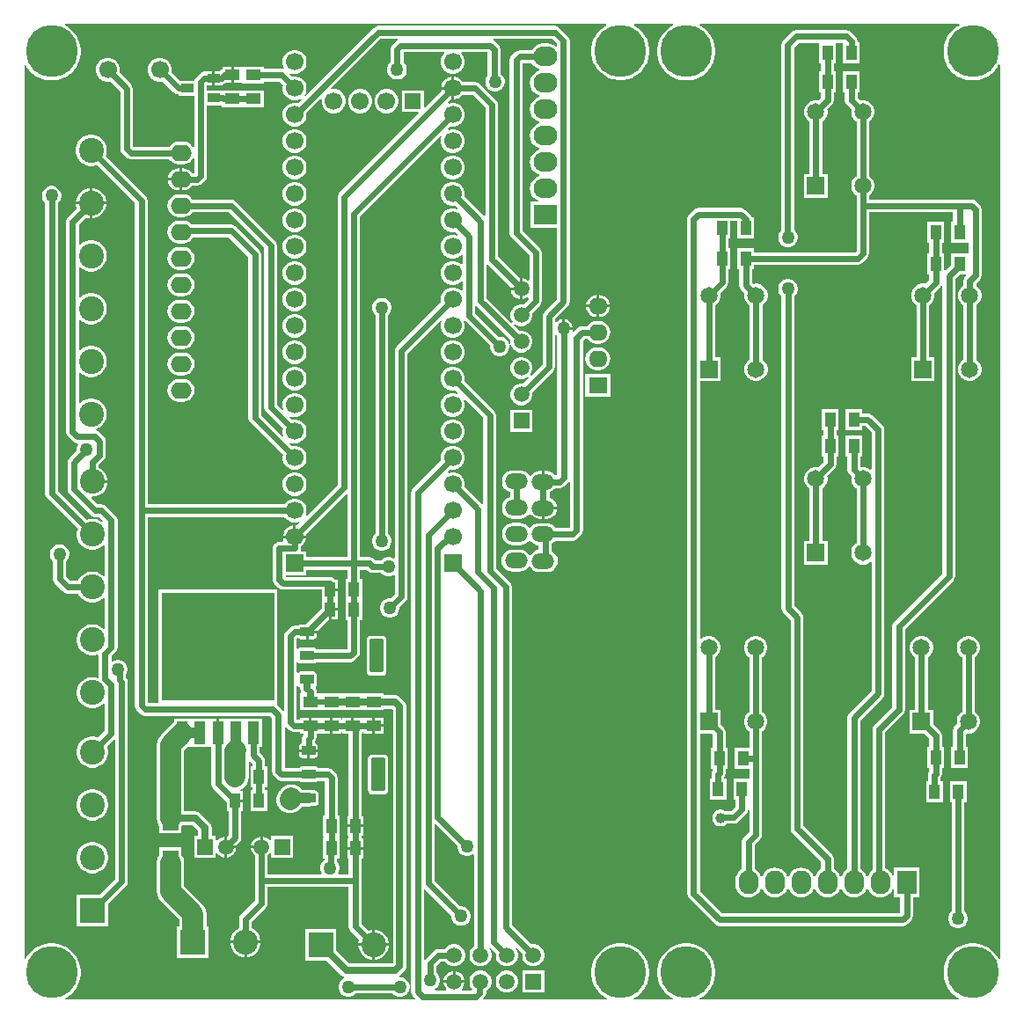
<source format=gtl>
G04*
G04 #@! TF.GenerationSoftware,Altium Limited,Altium Designer,21.3.2 (30)*
G04*
G04 Layer_Physical_Order=1*
G04 Layer_Color=255*
%FSTAX24Y24*%
%MOIN*%
G70*
G04*
G04 #@! TF.SameCoordinates,110FFF50-2F86-4F7F-B504-3501B117D145*
G04*
G04*
G04 #@! TF.FilePolarity,Positive*
G04*
G01*
G75*
%ADD20R,0.0420X0.0850*%
%ADD21R,0.4252X0.4098*%
%ADD22R,0.0394X0.0550*%
%ADD23R,0.0550X0.0394*%
%ADD24R,0.0472X0.0335*%
G04:AMPARAMS|DCode=25|XSize=36.6mil|YSize=51.6mil|CornerRadius=2.7mil|HoleSize=0mil|Usage=FLASHONLY|Rotation=270.000|XOffset=0mil|YOffset=0mil|HoleType=Round|Shape=RoundedRectangle|*
%AMROUNDEDRECTD25*
21,1,0.0366,0.0461,0,0,270.0*
21,1,0.0311,0.0516,0,0,270.0*
1,1,0.0055,-0.0230,-0.0156*
1,1,0.0055,-0.0230,0.0156*
1,1,0.0055,0.0230,0.0156*
1,1,0.0055,0.0230,-0.0156*
%
%ADD25ROUNDEDRECTD25*%
G04:AMPARAMS|DCode=26|XSize=127.6mil|YSize=51.6mil|CornerRadius=3.9mil|HoleSize=0mil|Usage=FLASHONLY|Rotation=270.000|XOffset=0mil|YOffset=0mil|HoleType=Round|Shape=RoundedRectangle|*
%AMROUNDEDRECTD26*
21,1,0.1276,0.0438,0,0,270.0*
21,1,0.1198,0.0516,0,0,270.0*
1,1,0.0077,-0.0219,-0.0599*
1,1,0.0077,-0.0219,0.0599*
1,1,0.0077,0.0219,0.0599*
1,1,0.0077,0.0219,-0.0599*
%
%ADD26ROUNDEDRECTD26*%
%ADD27R,0.0610X0.0917*%
%ADD61C,0.0236*%
%ADD62C,0.0787*%
%ADD63C,0.0276*%
%ADD64C,0.0394*%
%ADD65C,0.0197*%
%ADD66O,0.0750X0.0900*%
%ADD67R,0.0750X0.0900*%
%ADD68C,0.0945*%
%ADD69C,0.0650*%
%ADD70R,0.0650X0.0650*%
%ADD71C,0.0197*%
%ADD72C,0.1969*%
%ADD73O,0.0787X0.0630*%
%ADD74R,0.0945X0.0945*%
%ADD75C,0.0669*%
%ADD76O,0.0860X0.0600*%
%ADD77R,0.0598X0.0598*%
%ADD78C,0.0598*%
%ADD79R,0.0598X0.0598*%
%ADD80O,0.0709X0.0630*%
%ADD81R,0.0709X0.0630*%
%ADD82O,0.0900X0.0750*%
%ADD83R,0.0900X0.0750*%
%ADD84R,0.0591X0.0591*%
%ADD85C,0.0591*%
%ADD86R,0.0945X0.0945*%
%ADD87R,0.0669X0.0669*%
%ADD88C,0.0500*%
%ADD89C,0.0787*%
%ADD90C,0.0394*%
G36*
X045647Y047131D02*
X045572Y047093D01*
X045432Y046991D01*
X045309Y046868D01*
X045207Y046728D01*
X045128Y046573D01*
X045075Y046408D01*
X045048Y046237D01*
Y046063D01*
X045075Y045892D01*
X045128Y045727D01*
X045207Y045572D01*
X045309Y045432D01*
X045432Y045309D01*
X045572Y045207D01*
X045727Y045128D01*
X045892Y045075D01*
X046063Y045048D01*
X046237D01*
X046408Y045075D01*
X046573Y045128D01*
X046728Y045207D01*
X046868Y045309D01*
X046991Y045432D01*
X047093Y045572D01*
X047131Y045647D01*
X047181Y045635D01*
Y011765D01*
X047131Y011753D01*
X047093Y011828D01*
X046991Y011968D01*
X046868Y012091D01*
X046728Y012193D01*
X046573Y012272D01*
X046408Y012325D01*
X046237Y012352D01*
X046063D01*
X045892Y012325D01*
X045727Y012272D01*
X045572Y012193D01*
X045432Y012091D01*
X045309Y011968D01*
X045207Y011828D01*
X045128Y011673D01*
X045075Y011508D01*
X045048Y011337D01*
Y011163D01*
X045075Y010992D01*
X045128Y010827D01*
X045207Y010672D01*
X045309Y010532D01*
X045432Y010409D01*
X045572Y010307D01*
X045644Y010271D01*
X045632Y010221D01*
X035818D01*
X035806Y010271D01*
X035878Y010307D01*
X036018Y010409D01*
X036141Y010532D01*
X036243Y010672D01*
X036322Y010827D01*
X036375Y010992D01*
X036402Y011163D01*
Y011337D01*
X036375Y011508D01*
X036322Y011673D01*
X036243Y011828D01*
X036141Y011968D01*
X036018Y012091D01*
X035878Y012193D01*
X035723Y012272D01*
X035558Y012325D01*
X035387Y012352D01*
X035213D01*
X035042Y012325D01*
X034877Y012272D01*
X034722Y012193D01*
X034582Y012091D01*
X034459Y011968D01*
X034357Y011828D01*
X034278Y011673D01*
X034225Y011508D01*
X034198Y011337D01*
Y011163D01*
X034225Y010992D01*
X034278Y010827D01*
X034357Y010672D01*
X034459Y010532D01*
X034582Y010409D01*
X034722Y010307D01*
X034794Y010271D01*
X034782Y010221D01*
X033318D01*
X033306Y010271D01*
X033378Y010307D01*
X033518Y010409D01*
X033641Y010532D01*
X033743Y010672D01*
X033822Y010827D01*
X033875Y010992D01*
X033902Y011163D01*
Y011337D01*
X033875Y011508D01*
X033822Y011673D01*
X033743Y011828D01*
X033641Y011968D01*
X033518Y012091D01*
X033378Y012193D01*
X033223Y012272D01*
X033058Y012325D01*
X032887Y012352D01*
X032713D01*
X032542Y012325D01*
X032377Y012272D01*
X032222Y012193D01*
X032082Y012091D01*
X031959Y011968D01*
X031857Y011828D01*
X031778Y011673D01*
X031725Y011508D01*
X031698Y011337D01*
Y011163D01*
X031725Y010992D01*
X031778Y010827D01*
X031857Y010672D01*
X031959Y010532D01*
X032082Y010409D01*
X032222Y010307D01*
X032294Y010271D01*
X032282Y010221D01*
X027629D01*
X02761Y010267D01*
X027645Y010303D01*
X027698Y010381D01*
X027716Y010473D01*
Y010543D01*
X027756Y010566D01*
X027834Y010644D01*
X027889Y010739D01*
X027917Y010845D01*
Y010955D01*
X027889Y011061D01*
X027834Y011156D01*
X027756Y011234D01*
X027661Y011289D01*
X027555Y011317D01*
X027445D01*
X027339Y011289D01*
X027244Y011234D01*
X027166Y011156D01*
X027111Y011061D01*
X027083Y010955D01*
Y010845D01*
X027111Y010739D01*
X027166Y010644D01*
X027188Y010622D01*
X027169Y010575D01*
X026811D01*
X02679Y010625D01*
X026819Y010655D01*
X026872Y010746D01*
X026899Y010847D01*
Y01085D01*
X0265D01*
X026101D01*
Y010847D01*
X026128Y010746D01*
X026181Y010655D01*
X02621Y010625D01*
X026189Y010575D01*
X025788D01*
X025774Y010625D01*
X025826Y010655D01*
X025895Y010724D01*
X025943Y010808D01*
X025968Y010902D01*
Y010998D01*
X025943Y011092D01*
X025895Y011176D01*
X025841Y01123D01*
Y0115D01*
X026Y011659D01*
X026157D01*
X026166Y011644D01*
X026244Y011566D01*
X026339Y011511D01*
X026445Y011483D01*
X026555D01*
X026661Y011511D01*
X026756Y011566D01*
X026834Y011644D01*
X026889Y011739D01*
X026917Y011845D01*
Y011955D01*
X026889Y012061D01*
X026834Y012156D01*
X026756Y012234D01*
X026661Y012289D01*
X026555Y012317D01*
X026445D01*
X026339Y012289D01*
X026244Y012234D01*
X026166Y012156D01*
X026157Y012141D01*
X0259D01*
X025808Y012123D01*
X02573Y01207D01*
X02543Y01177D01*
X025405Y011733D01*
X025355Y011748D01*
Y014379D01*
X025401Y014399D01*
X026392Y013407D01*
Y013332D01*
X026417Y013238D01*
X026465Y013154D01*
X026534Y013085D01*
X026618Y013037D01*
X026712Y013012D01*
X026808D01*
X026902Y013037D01*
X026986Y013085D01*
X027055Y013154D01*
X027103Y013238D01*
X027128Y013332D01*
Y013428D01*
X027103Y013522D01*
X027055Y013606D01*
X026986Y013675D01*
X026902Y013723D01*
X026808Y013748D01*
X026732D01*
X025766Y014715D01*
Y016848D01*
X025812Y016868D01*
X026632Y016048D01*
Y015972D01*
X026657Y015878D01*
X026705Y015794D01*
X026774Y015725D01*
X026858Y015677D01*
X026952Y015652D01*
X027048D01*
X027142Y015677D01*
X027209Y015716D01*
X027259Y015693D01*
Y012243D01*
X027244Y012234D01*
X027166Y012156D01*
X027111Y012061D01*
X027083Y011955D01*
Y011845D01*
X027111Y011739D01*
X027166Y011644D01*
X027244Y011566D01*
X027339Y011511D01*
X027445Y011483D01*
X027555D01*
X027661Y011511D01*
X027756Y011566D01*
X027834Y011644D01*
X027889Y011739D01*
X027917Y011845D01*
Y011955D01*
X027889Y012061D01*
X027834Y012156D01*
X02787Y012189D01*
X028087Y011972D01*
X028083Y011955D01*
Y011845D01*
X028111Y011739D01*
X028166Y011644D01*
X028244Y011566D01*
X028339Y011511D01*
X028445Y011483D01*
X028555D01*
X028661Y011511D01*
X028756Y011566D01*
X028834Y011644D01*
X028889Y011739D01*
X028917Y011845D01*
Y011955D01*
X028889Y012061D01*
X028834Y012156D01*
X02887Y012189D01*
X029087Y011972D01*
X029083Y011955D01*
Y011845D01*
X029111Y011739D01*
X029166Y011644D01*
X029244Y011566D01*
X029339Y011511D01*
X029445Y011483D01*
X029555D01*
X029661Y011511D01*
X029756Y011566D01*
X029834Y011644D01*
X029889Y011739D01*
X029917Y011845D01*
Y011955D01*
X029889Y012061D01*
X029834Y012156D01*
X029756Y012234D01*
X029661Y012289D01*
X029555Y012317D01*
X029445D01*
X029428Y012313D01*
X028691Y01305D01*
Y025871D01*
X028673Y025963D01*
X02862Y026041D01*
X028091Y026571D01*
Y03235D01*
X028073Y032442D01*
X02802Y03252D01*
X026892Y033649D01*
X026903Y03369D01*
Y03381D01*
X026872Y033925D01*
X026812Y034028D01*
X026728Y034112D01*
X026625Y034172D01*
X02651Y034203D01*
X02639D01*
X026275Y034172D01*
X026172Y034112D01*
X026088Y034028D01*
X026028Y033925D01*
X025997Y03381D01*
Y03369D01*
X026028Y033575D01*
X026088Y033472D01*
X026172Y033388D01*
X026275Y033328D01*
X02639Y033297D01*
X02651D01*
X026551Y033308D01*
X026643Y033216D01*
X026642Y033212D01*
X026614Y033175D01*
X02651Y033203D01*
X02639D01*
X026275Y033172D01*
X026172Y033112D01*
X026088Y033028D01*
X026028Y032925D01*
X025997Y03281D01*
Y03269D01*
X026028Y032575D01*
X026088Y032472D01*
X026172Y032388D01*
X026275Y032328D01*
X02639Y032297D01*
X02651D01*
X026625Y032328D01*
X026728Y032388D01*
X026812Y032472D01*
X026872Y032575D01*
X026903Y03269D01*
Y03281D01*
X026875Y032914D01*
X026912Y032942D01*
X026916Y032943D01*
X027609Y03225D01*
Y028997D01*
X027559Y028981D01*
X026892Y029649D01*
X026903Y02969D01*
Y02981D01*
X026872Y029925D01*
X026812Y030028D01*
X026728Y030112D01*
X026625Y030172D01*
X02651Y030203D01*
X02639D01*
X026286Y030175D01*
X026258Y030212D01*
X026257Y030216D01*
X026349Y030308D01*
X02639Y030297D01*
X02651D01*
X026625Y030328D01*
X026728Y030388D01*
X026812Y030472D01*
X026872Y030575D01*
X026903Y03069D01*
Y03081D01*
X026872Y030925D01*
X026812Y031028D01*
X026728Y031112D01*
X026625Y031172D01*
X02651Y031203D01*
X02639D01*
X026275Y031172D01*
X026172Y031112D01*
X026088Y031028D01*
X026028Y030925D01*
X025997Y03081D01*
Y03069D01*
X026008Y030649D01*
X024943Y029584D01*
X024891Y029506D01*
X024873Y029414D01*
Y01053D01*
X024891Y010438D01*
X024943Y010359D01*
X025036Y010267D01*
X025017Y010221D01*
X011768D01*
X011756Y010271D01*
X011828Y010307D01*
X011968Y010409D01*
X012091Y010532D01*
X012193Y010672D01*
X012272Y010827D01*
X012325Y010992D01*
X012352Y011163D01*
Y011337D01*
X012325Y011508D01*
X012272Y011673D01*
X012193Y011828D01*
X012091Y011968D01*
X011968Y012091D01*
X011828Y012193D01*
X011673Y012272D01*
X011508Y012325D01*
X011337Y012352D01*
X011163D01*
X010992Y012325D01*
X010827Y012272D01*
X010672Y012193D01*
X010532Y012091D01*
X010409Y011968D01*
X010307Y011828D01*
X010271Y011756D01*
X010221Y011768D01*
Y045632D01*
X010271Y045644D01*
X010307Y045572D01*
X010409Y045432D01*
X010532Y045309D01*
X010672Y045207D01*
X010827Y045128D01*
X010992Y045075D01*
X011163Y045048D01*
X011337D01*
X011508Y045075D01*
X011673Y045128D01*
X011828Y045207D01*
X011968Y045309D01*
X012091Y045432D01*
X012193Y045572D01*
X012272Y045727D01*
X012325Y045892D01*
X012352Y046063D01*
Y046237D01*
X012325Y046408D01*
X012272Y046573D01*
X012193Y046728D01*
X012091Y046868D01*
X011968Y046991D01*
X011828Y047093D01*
X011753Y047131D01*
X011765Y047181D01*
X032268D01*
X03228Y047131D01*
X032223Y047102D01*
X032083Y047D01*
X03196Y046877D01*
X031858Y046737D01*
X031779Y046582D01*
X031726Y046417D01*
X031699Y046246D01*
Y046072D01*
X031726Y045901D01*
X031779Y045736D01*
X031858Y045581D01*
X03196Y045441D01*
X032083Y045318D01*
X032223Y045216D01*
X032378Y045138D01*
X032543Y045084D01*
X032714Y045057D01*
X032888D01*
X033059Y045084D01*
X033224Y045138D01*
X033379Y045216D01*
X033519Y045318D01*
X033642Y045441D01*
X033744Y045581D01*
X033822Y045736D01*
X033876Y045901D01*
X033903Y046072D01*
Y046246D01*
X033876Y046417D01*
X033822Y046582D01*
X033744Y046737D01*
X033642Y046877D01*
X033519Y047D01*
X033379Y047102D01*
X033322Y047131D01*
X033334Y047181D01*
X034785D01*
X034797Y047131D01*
X034722Y047093D01*
X034582Y046991D01*
X034459Y046868D01*
X034357Y046728D01*
X034278Y046573D01*
X034225Y046408D01*
X034198Y046237D01*
Y046063D01*
X034225Y045892D01*
X034278Y045727D01*
X034357Y045572D01*
X034459Y045432D01*
X034582Y045309D01*
X034722Y045207D01*
X034877Y045128D01*
X035042Y045075D01*
X035213Y045048D01*
X035387D01*
X035558Y045075D01*
X035723Y045128D01*
X035878Y045207D01*
X036018Y045309D01*
X036141Y045432D01*
X036243Y045572D01*
X036322Y045727D01*
X036375Y045892D01*
X036402Y046063D01*
Y046237D01*
X036375Y046408D01*
X036322Y046573D01*
X036243Y046728D01*
X036141Y046868D01*
X036018Y046991D01*
X035878Y047093D01*
X035803Y047131D01*
X035815Y047181D01*
X045635D01*
X045647Y047131D01*
D02*
G37*
%LPC*%
G36*
X03033Y047111D02*
X02362D01*
X023528Y047093D01*
X02345Y04704D01*
X020878Y044469D01*
X020838Y044499D01*
X020882Y044575D01*
X020913Y04469D01*
Y04481D01*
X020882Y044925D01*
X020822Y045028D01*
X020738Y045112D01*
X020635Y045172D01*
X02052Y045203D01*
X0204D01*
X020359Y045192D01*
X020267Y045284D01*
X020268Y045288D01*
X020296Y045325D01*
X0204Y045297D01*
X02052D01*
X020635Y045328D01*
X020738Y045388D01*
X020822Y045472D01*
X020882Y045575D01*
X020913Y04569D01*
Y04581D01*
X020882Y045925D01*
X020822Y046028D01*
X020738Y046112D01*
X020635Y046172D01*
X02052Y046203D01*
X0204D01*
X020285Y046172D01*
X020182Y046112D01*
X020098Y046028D01*
X020038Y045925D01*
X020007Y04581D01*
Y04569D01*
X020038Y045575D01*
X020073Y045516D01*
X02007Y04551D01*
X020038Y045475D01*
X01996Y045491D01*
X019293D01*
Y045565D01*
X018517D01*
X018507Y045565D01*
X018464Y045547D01*
X018457Y045547D01*
X01815D01*
Y04525D01*
Y044953D01*
X018464Y044953D01*
X018507Y044935D01*
X018518Y044935D01*
X019293D01*
Y045009D01*
X01986D01*
X020018Y044851D01*
X020007Y04481D01*
Y04469D01*
X020038Y044575D01*
X020098Y044472D01*
X020182Y044388D01*
X020285Y044328D01*
X0204Y044297D01*
X02052D01*
X020635Y044328D01*
X020711Y044372D01*
X020741Y044332D01*
X020593Y044183D01*
X02052Y044203D01*
X0204D01*
X020285Y044172D01*
X020182Y044112D01*
X020098Y044028D01*
X020038Y043925D01*
X020007Y04381D01*
Y04369D01*
X020038Y043575D01*
X020098Y043472D01*
X020182Y043388D01*
X020285Y043328D01*
X0204Y043297D01*
X02052D01*
X020635Y043328D01*
X020738Y043388D01*
X020822Y043472D01*
X020882Y043575D01*
X020913Y04369D01*
Y04381D01*
X02091Y043819D01*
X021447Y044357D01*
X02149Y044332D01*
X021487Y04432D01*
Y0442D01*
X021518Y044085D01*
X021578Y043982D01*
X021662Y043898D01*
X021765Y043838D01*
X02188Y043807D01*
X022D01*
X022115Y043838D01*
X022218Y043898D01*
X022302Y043982D01*
X022362Y044085D01*
X022393Y0442D01*
Y04432D01*
X022362Y044435D01*
X022302Y044538D01*
X022218Y044622D01*
X022115Y044682D01*
X022Y044713D01*
X02188D01*
X021868Y04471D01*
X021843Y044753D01*
X02372Y046629D01*
X024351D01*
X024366Y046579D01*
X024308Y04654D01*
X02417Y046402D01*
X024117Y046324D01*
X024099Y046232D01*
Y04573D01*
X024045Y045676D01*
X023997Y045592D01*
X023972Y045498D01*
Y045402D01*
X023997Y045308D01*
X024045Y045224D01*
X024114Y045155D01*
X024198Y045107D01*
X024292Y045082D01*
X024388D01*
X024482Y045107D01*
X024566Y045155D01*
X024635Y045224D01*
X024683Y045308D01*
X024708Y045402D01*
Y045498D01*
X024683Y045592D01*
X024635Y045676D01*
X024581Y04573D01*
Y046129D01*
X026118D01*
X026139Y046079D01*
X026088Y046028D01*
X026028Y045925D01*
X025997Y04581D01*
Y04569D01*
X026028Y045575D01*
X026088Y045472D01*
X026172Y045388D01*
X026275Y045328D01*
X02639Y045297D01*
X02651D01*
X026625Y045328D01*
X026728Y045388D01*
X026812Y045472D01*
X026872Y045575D01*
X026903Y04569D01*
Y04581D01*
X026872Y045925D01*
X026812Y046028D01*
X026761Y046079D01*
X026782Y046129D01*
X027775D01*
Y045245D01*
X027755Y045226D01*
X027707Y045142D01*
X027682Y045048D01*
Y044952D01*
X027707Y044858D01*
X027755Y044774D01*
X027824Y044705D01*
X027908Y044657D01*
X028002Y044632D01*
X028098D01*
X028192Y044657D01*
X028276Y044705D01*
X028345Y044774D01*
X028393Y044858D01*
X028418Y044952D01*
Y045048D01*
X028393Y045142D01*
X028345Y045226D01*
X028276Y045295D01*
X028257Y045306D01*
Y046232D01*
X028238Y046324D01*
X028186Y046402D01*
X028048Y04654D01*
X027989Y046579D01*
X028005Y046629D01*
X03023D01*
X030399Y04646D01*
Y046347D01*
X030349Y046323D01*
X030274Y046381D01*
X030154Y04643D01*
X030025Y046447D01*
X029875D01*
X029746Y04643D01*
X029626Y046381D01*
X029523Y046302D01*
X029444Y046199D01*
X029441Y046191D01*
X028988D01*
X028896Y046173D01*
X028818Y04612D01*
X02868Y045982D01*
X028627Y045904D01*
X028609Y045812D01*
Y03925D01*
X028627Y039158D01*
X02868Y03908D01*
X029349Y03841D01*
Y037481D01*
X029303Y037462D01*
X029295Y037469D01*
X029204Y037522D01*
X029103Y037549D01*
X0291D01*
Y03715D01*
Y036751D01*
X029103D01*
X029204Y036778D01*
X029275Y036819D01*
X029324Y0368D01*
X029329Y036795D01*
X029332Y036773D01*
X029122Y036563D01*
X029105Y036567D01*
X028995D01*
X028889Y036539D01*
X028794Y036484D01*
X028716Y036406D01*
X028661Y036311D01*
X028633Y036205D01*
Y036095D01*
X028661Y035989D01*
X028716Y035894D01*
X02868Y035861D01*
X027741Y0368D01*
Y038048D01*
X027791Y038069D01*
X028652Y037207D01*
X028651Y037203D01*
Y0372D01*
X029D01*
Y037549D01*
X028997D01*
X028993Y037548D01*
X028171Y03837D01*
Y04412D01*
X028153Y044212D01*
X0281Y04429D01*
X02747Y04492D01*
X027392Y044973D01*
X0273Y044991D01*
X026813D01*
X026798Y045017D01*
X026717Y045098D01*
X026618Y045155D01*
X026507Y045185D01*
X0265D01*
Y04475D01*
Y044315D01*
X026507D01*
X026618Y044345D01*
X026717Y044402D01*
X026798Y044483D01*
X026813Y044509D01*
X0272D01*
X027689Y04402D01*
Y039922D01*
X027639Y039901D01*
X026892Y040649D01*
X026903Y04069D01*
Y04081D01*
X026872Y040925D01*
X026812Y041028D01*
X026728Y041112D01*
X026625Y041172D01*
X02651Y041203D01*
X02639D01*
X026275Y041172D01*
X026172Y041112D01*
X026088Y041028D01*
X026028Y040925D01*
X025997Y04081D01*
Y04069D01*
X026028Y040575D01*
X026088Y040472D01*
X026172Y040388D01*
X026275Y040328D01*
X02639Y040297D01*
X02651D01*
X026551Y040308D01*
X026643Y040216D01*
X026642Y040212D01*
X026614Y040175D01*
X02651Y040203D01*
X02639D01*
X026275Y040172D01*
X026172Y040112D01*
X026088Y040028D01*
X026028Y039925D01*
X025997Y03981D01*
Y03969D01*
X026028Y039575D01*
X026088Y039472D01*
X026172Y039388D01*
X026275Y039328D01*
X02639Y039297D01*
X02651D01*
X026551Y039308D01*
X026643Y039216D01*
X026642Y039212D01*
X026614Y039175D01*
X02651Y039203D01*
X02639D01*
X026275Y039172D01*
X026172Y039112D01*
X026088Y039028D01*
X026028Y038925D01*
X025997Y03881D01*
Y03869D01*
X026028Y038575D01*
X026088Y038472D01*
X026172Y038388D01*
X026275Y038328D01*
X02639Y038297D01*
X02651D01*
X026625Y038328D01*
X026728Y038388D01*
X026779Y038439D01*
X026829Y038418D01*
Y038082D01*
X026779Y038061D01*
X026728Y038112D01*
X026625Y038172D01*
X02651Y038203D01*
X02639D01*
X026275Y038172D01*
X026172Y038112D01*
X026088Y038028D01*
X026028Y037925D01*
X025997Y03781D01*
Y03769D01*
X026028Y037575D01*
X026088Y037472D01*
X026172Y037388D01*
X026275Y037328D01*
X02639Y037297D01*
X02651D01*
X026625Y037328D01*
X026728Y037388D01*
X026779Y037439D01*
X026829Y037418D01*
Y037082D01*
X026779Y037061D01*
X026728Y037112D01*
X026625Y037172D01*
X02651Y037203D01*
X02639D01*
X026275Y037172D01*
X026172Y037112D01*
X026088Y037028D01*
X026028Y036925D01*
X025997Y03681D01*
Y03669D01*
X026008Y036649D01*
X02433Y03497D01*
X024277Y034892D01*
X024259Y0348D01*
Y026967D01*
X024209Y026938D01*
X024156Y026969D01*
X024062Y026994D01*
X023965D01*
X023872Y026969D01*
X023788Y026921D01*
X02374Y026873D01*
X023509D01*
X023462Y02692D01*
X023384Y026973D01*
X023291Y026991D01*
X022941D01*
Y0399D01*
X025984Y042943D01*
X025988Y042942D01*
X026025Y042914D01*
X025997Y04281D01*
Y04269D01*
X026028Y042575D01*
X026088Y042472D01*
X026172Y042388D01*
X026275Y042328D01*
X02639Y042297D01*
X02651D01*
X026625Y042328D01*
X026728Y042388D01*
X026812Y042472D01*
X026872Y042575D01*
X026903Y04269D01*
Y04281D01*
X026872Y042925D01*
X026812Y043028D01*
X026728Y043112D01*
X026625Y043172D01*
X02651Y043203D01*
X02639D01*
X026286Y043175D01*
X026258Y043212D01*
X026257Y043216D01*
X026349Y043308D01*
X02639Y043297D01*
X02651D01*
X026625Y043328D01*
X026728Y043388D01*
X026812Y043472D01*
X026872Y043575D01*
X026903Y04369D01*
Y04381D01*
X026872Y043925D01*
X026812Y044028D01*
X026728Y044112D01*
X026625Y044172D01*
X02651Y044203D01*
X02639D01*
X026286Y044175D01*
X026258Y044212D01*
X026257Y044216D01*
X026364Y044323D01*
X026393Y044315D01*
X0264D01*
Y0447D01*
X026015D01*
Y044693D01*
X026023Y044664D01*
X0254Y04404D01*
X025353Y044059D01*
Y044673D01*
X024527D01*
Y043847D01*
X025141D01*
X02516Y0438D01*
X02217Y04081D01*
X022117Y040732D01*
X022099Y04064D01*
Y02973D01*
X020926Y028557D01*
X020922Y028558D01*
X020885Y028586D01*
X020913Y02869D01*
Y02881D01*
X020882Y028925D01*
X020822Y029028D01*
X020738Y029112D01*
X020635Y029172D01*
X02052Y029203D01*
X0204D01*
X020285Y029172D01*
X020182Y029112D01*
X020098Y029028D01*
X020076Y028991D01*
X014891D01*
Y0405D01*
X014873Y040592D01*
X01482Y04067D01*
X014776Y040714D01*
X013302Y042189D01*
X013318Y042228D01*
X013341Y042342D01*
Y042458D01*
X013318Y042572D01*
X013273Y04268D01*
X013209Y042776D01*
X013126Y042859D01*
X01303Y042923D01*
X012922Y042968D01*
X012808Y042991D01*
X012692D01*
X012578Y042968D01*
X01247Y042923D01*
X012374Y042859D01*
X012291Y042776D01*
X012227Y04268D01*
X012182Y042572D01*
X012159Y042458D01*
Y042342D01*
X012182Y042228D01*
X012227Y04212D01*
X012291Y042024D01*
X012374Y041941D01*
X01247Y041877D01*
X012578Y041832D01*
X012692Y041809D01*
X012808D01*
X012922Y041832D01*
X012961Y041848D01*
X014409Y0404D01*
Y02875D01*
Y021348D01*
X014427Y021256D01*
X01448Y021178D01*
X014618Y02104D01*
X014696Y020987D01*
X014788Y020969D01*
X01953D01*
X019599Y0209D01*
Y018875D01*
X019617Y018783D01*
X01967Y018705D01*
X019795Y01858D01*
X019873Y018527D01*
X019965Y018509D01*
X020635D01*
X020648Y018489D01*
X020696Y018457D01*
X020753Y018446D01*
X021213D01*
X02127Y018457D01*
X021318Y018489D01*
X021332Y018509D01*
X021609D01*
Y017193D01*
X021535D01*
Y016407D01*
X021575D01*
X02158Y016389D01*
X021543Y016343D01*
X021535D01*
Y015557D01*
X021584D01*
Y015507D01*
X021574Y015501D01*
X021505Y015432D01*
X021457Y015348D01*
X021432Y015255D01*
Y015158D01*
X021457Y015064D01*
X021488Y015011D01*
X021459Y014961D01*
X019441D01*
Y015683D01*
X019443Y015684D01*
X019516Y015757D01*
X019524Y015771D01*
X019574Y015757D01*
Y015587D01*
X020401D01*
Y016413D01*
X019574D01*
Y016243D01*
X019524Y016229D01*
X019516Y016243D01*
X019443Y016316D01*
X019353Y016368D01*
X019252Y016395D01*
X01925D01*
Y016D01*
X0192D01*
Y01595D01*
X018805D01*
Y015948D01*
X018832Y015847D01*
X018884Y015757D01*
X018957Y015684D01*
X018959Y015683D01*
Y01475D01*
Y013973D01*
X01843Y013443D01*
X018377Y013365D01*
X018359Y013273D01*
Y012922D01*
X018249Y012858D01*
X018142Y012751D01*
X018067Y012621D01*
X018028Y012475D01*
Y01245D01*
X019172D01*
Y012475D01*
X019133Y012621D01*
X019058Y012751D01*
X018951Y012858D01*
X018841Y012922D01*
Y013173D01*
X01937Y013703D01*
X019423Y013781D01*
X019441Y013873D01*
Y014479D01*
X022509D01*
Y013D01*
X022528Y012908D01*
X02258Y01283D01*
X022911Y012499D01*
X022878Y012375D01*
Y01235D01*
X0234D01*
Y012872D01*
X023375D01*
X023251Y012839D01*
X022991Y0131D01*
Y01472D01*
Y015575D01*
X023047D01*
Y0159D01*
X02275D01*
X022453D01*
Y015575D01*
X022509D01*
Y014961D01*
X022141D01*
X022112Y015011D01*
X022143Y015064D01*
X022168Y015158D01*
Y015255D01*
X022143Y015348D01*
X022095Y015432D01*
X022066Y015461D01*
Y015557D01*
X022165D01*
Y016343D01*
X022134D01*
X022127Y016357D01*
X022159Y016407D01*
X022165D01*
Y017193D01*
X022091D01*
Y018625D01*
X022073Y018717D01*
X02202Y018795D01*
X021895Y01892D01*
X021817Y018973D01*
X021725Y018991D01*
X021332D01*
X021318Y019011D01*
X02127Y019043D01*
X021213Y019054D01*
X020753D01*
X020696Y019043D01*
X020648Y019011D01*
X020635Y018991D01*
X020081D01*
Y020537D01*
X020119Y020548D01*
X020131Y020549D01*
X02025Y02043D01*
X020328Y020377D01*
X02042Y020359D01*
X020675D01*
Y020303D01*
X020798D01*
X020808Y020253D01*
X020761Y020182D01*
X020742Y02009D01*
Y019935D01*
X020703Y019927D01*
X020661Y019899D01*
X020633Y019857D01*
X020623Y019807D01*
Y019702D01*
X020983D01*
X021343D01*
Y019807D01*
X021334Y019857D01*
X021305Y019899D01*
X021263Y019927D01*
X021224Y019935D01*
Y019992D01*
X021273Y020065D01*
X021291Y020157D01*
Y020303D01*
X021425D01*
Y020305D01*
X021453Y020317D01*
X021475Y020303D01*
Y020303D01*
X0218D01*
Y0206D01*
Y020897D01*
X021475D01*
Y020894D01*
X021435Y020888D01*
X021425Y020897D01*
Y020897D01*
X0211D01*
Y0206D01*
X021D01*
Y020897D01*
X020675D01*
Y020841D01*
X020541D01*
Y022083D01*
X020591Y022098D01*
X020598Y022088D01*
X020646Y022056D01*
X020675Y02205D01*
Y021977D01*
X020684Y02191D01*
X020702Y021865D01*
X020677Y021815D01*
X020657D01*
Y021185D01*
X021407D01*
X021443Y021185D01*
Y021185D01*
X021457Y021185D01*
Y021185D01*
X022243D01*
Y021185D01*
X022257D01*
Y021185D01*
X023043D01*
Y021185D01*
X023057Y021185D01*
Y021185D01*
X023093Y021185D01*
X023843D01*
Y021242D01*
X024143D01*
X024182Y021203D01*
Y011607D01*
X024157Y011582D01*
X022533D01*
X022041Y012074D01*
Y012891D01*
X020859D01*
Y011709D01*
X021676D01*
X022243Y011142D01*
X022297Y0111D01*
X022332Y011086D01*
X022339Y011061D01*
X022336Y01103D01*
X022274Y010995D01*
X022205Y010926D01*
X022157Y010842D01*
X022132Y010748D01*
Y010652D01*
X022157Y010558D01*
X022205Y010474D01*
X022274Y010405D01*
X022358Y010357D01*
X022452Y010332D01*
X022548D01*
X022642Y010357D01*
X022726Y010405D01*
X02278Y010459D01*
X02417D01*
X024224Y010405D01*
X024308Y010357D01*
X024402Y010332D01*
X024498D01*
X024592Y010357D01*
X024676Y010405D01*
X024745Y010474D01*
X024793Y010558D01*
X024818Y010652D01*
Y010748D01*
X024793Y010842D01*
X024745Y010926D01*
X024676Y010995D01*
X024592Y011043D01*
X024498Y011068D01*
X024433D01*
X024416Y011118D01*
X024447Y011142D01*
X024623Y011317D01*
X024664Y011371D01*
X024689Y011433D01*
X024698Y0115D01*
Y02131D01*
X024689Y021377D01*
X024664Y021439D01*
X024623Y021492D01*
X024433Y021682D01*
X024379Y021724D01*
X024317Y021749D01*
X02425Y021758D01*
X023843D01*
Y021815D01*
X023057D01*
Y021815D01*
X023043Y021815D01*
Y021815D01*
X023007Y021815D01*
X022257D01*
Y021815D01*
X022243D01*
Y021815D01*
X021493D01*
X021457Y021815D01*
Y021815D01*
X021443Y021815D01*
Y021815D01*
X021308D01*
Y02186D01*
X021299Y021927D01*
X021274Y021989D01*
X021252Y022017D01*
X021258Y022078D01*
X021262Y022083D01*
X021268Y022088D01*
X021301Y022136D01*
X021312Y022193D01*
Y022504D01*
X021301Y022561D01*
X021268Y022609D01*
X02122Y022641D01*
X021163Y022652D01*
X020703D01*
X020646Y022641D01*
X020598Y022609D01*
X020591Y022599D01*
X020541Y022614D01*
Y022985D01*
X020591Y023D01*
X020598Y022989D01*
X020646Y022957D01*
X020703Y022946D01*
X021163D01*
X02122Y022957D01*
X021268Y022989D01*
X021282Y023009D01*
X022575D01*
X022667Y023027D01*
X022745Y02308D01*
X02287Y023205D01*
X022922Y023283D01*
X022941Y023375D01*
Y024607D01*
X023015D01*
Y025357D01*
Y026143D01*
X022941D01*
Y026509D01*
X023192D01*
X023239Y026462D01*
X023317Y026409D01*
X023409Y026391D01*
X023728D01*
X023788Y026332D01*
X023872Y026283D01*
X023965Y026258D01*
X024062D01*
X024156Y026283D01*
X024209Y026314D01*
X024259Y026285D01*
Y0256D01*
X024088Y025428D01*
X024012D01*
X023918Y025403D01*
X023834Y025355D01*
X023765Y025286D01*
X023717Y025202D01*
X023692Y025108D01*
Y025012D01*
X023717Y024918D01*
X023765Y024834D01*
X023834Y024765D01*
X023918Y024717D01*
X024012Y024692D01*
X024108D01*
X024202Y024717D01*
X024286Y024765D01*
X024355Y024834D01*
X024403Y024918D01*
X024428Y025012D01*
Y025087D01*
X02467Y02533D01*
X024723Y025408D01*
X024741Y0255D01*
Y0347D01*
X025984Y035943D01*
X025988Y035942D01*
X026025Y035914D01*
X025997Y03581D01*
Y03569D01*
X026028Y035575D01*
X026088Y035472D01*
X026172Y035388D01*
X026275Y035328D01*
X02639Y035297D01*
X02651D01*
X026625Y035328D01*
X026728Y035388D01*
X026812Y035472D01*
X026872Y035575D01*
X026903Y03569D01*
Y03581D01*
X026875Y035914D01*
X026912Y035942D01*
X026916Y035943D01*
X027862Y034997D01*
Y034922D01*
X027887Y034828D01*
X027935Y034744D01*
X028004Y034675D01*
X028088Y034627D01*
X028182Y034602D01*
X028278D01*
X028372Y034627D01*
X028456Y034675D01*
X028525Y034744D01*
X028573Y034828D01*
X028598Y034922D01*
Y035018D01*
X028573Y035112D01*
X028525Y035196D01*
X028456Y035265D01*
X028372Y035313D01*
X028278Y035338D01*
X028203D01*
X027311Y03623D01*
Y036478D01*
X027361Y036499D01*
X028637Y035222D01*
X028633Y035205D01*
Y035095D01*
X028661Y034989D01*
X028716Y034894D01*
X028794Y034816D01*
X028889Y034761D01*
X028995Y034733D01*
X029105D01*
X029211Y034761D01*
X029306Y034816D01*
X029384Y034894D01*
X029439Y034989D01*
X029467Y035095D01*
Y035205D01*
X029439Y035311D01*
X029384Y035406D01*
X029306Y035484D01*
X029211Y035539D01*
X029105Y035567D01*
X028995D01*
X028978Y035563D01*
X028761Y03578D01*
X028794Y035816D01*
X028889Y035761D01*
X028995Y035733D01*
X029105D01*
X029211Y035761D01*
X029306Y035816D01*
X029384Y035894D01*
X029439Y035989D01*
X029467Y036095D01*
Y036205D01*
X029463Y036222D01*
X02976Y03652D01*
X029813Y036598D01*
X029831Y03669D01*
Y03851D01*
X029813Y038602D01*
X02976Y03868D01*
X029091Y03935D01*
Y045709D01*
X029441D01*
X029444Y045701D01*
X029523Y045598D01*
X029626Y045519D01*
X029729Y045477D01*
Y045423D01*
X029626Y045381D01*
X029523Y045302D01*
X029444Y045199D01*
X029395Y045079D01*
X029378Y04495D01*
X029395Y044821D01*
X029444Y044701D01*
X029523Y044598D01*
X029626Y044519D01*
X029729Y044477D01*
Y044423D01*
X029626Y044381D01*
X029523Y044302D01*
X029444Y044199D01*
X029395Y044079D01*
X029378Y04395D01*
X029395Y043821D01*
X029444Y043701D01*
X029523Y043598D01*
X029626Y043519D01*
X029729Y043477D01*
Y043423D01*
X029626Y043381D01*
X029523Y043302D01*
X029444Y043199D01*
X029395Y043079D01*
X029378Y04295D01*
X029395Y042821D01*
X029444Y042701D01*
X029523Y042598D01*
X029626Y042519D01*
X029729Y042477D01*
Y042423D01*
X029626Y042381D01*
X029523Y042302D01*
X029444Y042199D01*
X029395Y042079D01*
X029378Y04195D01*
X029395Y041821D01*
X029444Y041701D01*
X029523Y041598D01*
X029626Y041519D01*
X029729Y041477D01*
Y041423D01*
X029626Y041381D01*
X029523Y041302D01*
X029444Y041199D01*
X029395Y041079D01*
X029378Y04095D01*
X029395Y040821D01*
X029444Y040701D01*
X029523Y040598D01*
X029626Y040519D01*
X029689Y040493D01*
X02968Y040443D01*
X029382D01*
Y039457D01*
X030399D01*
Y03675D01*
X02992Y03627D01*
X029867Y036192D01*
X029849Y0361D01*
Y03429D01*
X02942Y033861D01*
X029384Y033894D01*
X029439Y033989D01*
X029467Y034095D01*
Y034205D01*
X029439Y034311D01*
X029384Y034406D01*
X029306Y034484D01*
X029211Y034539D01*
X029105Y034567D01*
X028995D01*
X028889Y034539D01*
X028794Y034484D01*
X028716Y034406D01*
X028661Y034311D01*
X028633Y034205D01*
Y034095D01*
X028661Y033989D01*
X028716Y033894D01*
X028794Y033816D01*
X028889Y033761D01*
X028995Y033733D01*
X029105D01*
X029211Y033761D01*
X029306Y033816D01*
X029339Y03378D01*
X029122Y033563D01*
X029105Y033567D01*
X028995D01*
X028889Y033539D01*
X028794Y033484D01*
X028716Y033406D01*
X028661Y033311D01*
X028633Y033205D01*
Y033095D01*
X028661Y032989D01*
X028716Y032894D01*
X028794Y032816D01*
X028889Y032761D01*
X028995Y032733D01*
X029105D01*
X029211Y032761D01*
X029306Y032816D01*
X029384Y032894D01*
X029439Y032989D01*
X029467Y033095D01*
Y033205D01*
X029463Y033222D01*
X03026Y03402D01*
X030313Y034098D01*
X030331Y03419D01*
Y0354D01*
X030379Y035417D01*
X030409Y035393D01*
Y03009D01*
X0304Y030081D01*
X030329D01*
X030295Y030125D01*
X030212Y030189D01*
X030114Y03023D01*
X03001Y030243D01*
X02993D01*
Y02984D01*
X02983D01*
Y030243D01*
X02975D01*
X029646Y03023D01*
X029548Y030189D01*
X029465Y030125D01*
X029418Y030064D01*
X029391Y030063D01*
X02936Y030068D01*
X029298Y030148D01*
X029211Y030215D01*
X029109Y030257D01*
X029Y030272D01*
X02874D01*
X028631Y030257D01*
X028529Y030215D01*
X028442Y030148D01*
X028375Y030061D01*
X028333Y029959D01*
X028318Y02985D01*
X028333Y029741D01*
X028375Y029639D01*
X028442Y029552D01*
X028529Y029485D01*
X028629Y029443D01*
Y029257D01*
X028529Y029215D01*
X028442Y029148D01*
X028375Y029061D01*
X028333Y028959D01*
X028318Y02885D01*
X028333Y028741D01*
X028375Y028639D01*
X028442Y028552D01*
X028529Y028485D01*
X028631Y028443D01*
X02874Y028428D01*
X029D01*
X029109Y028443D01*
X029211Y028485D01*
X029298Y028552D01*
X029353Y028623D01*
X029365Y028627D01*
X029402Y028627D01*
X029413Y028623D01*
X029465Y028555D01*
X029548Y028491D01*
X029646Y02845D01*
X02975Y028437D01*
X02983D01*
Y02884D01*
X02988D01*
Y02889D01*
X030407D01*
X0304Y028944D01*
X030359Y029042D01*
X030295Y029125D01*
X030212Y029189D01*
X030121Y029227D01*
Y029453D01*
X030212Y029491D01*
X030295Y029555D01*
X030329Y029599D01*
X0305D01*
X030592Y029617D01*
X03067Y02967D01*
X03082Y02982D01*
X030849Y029863D01*
X030899Y029848D01*
Y028086D01*
X030337D01*
X030293Y028143D01*
X030206Y02821D01*
X030104Y028252D01*
X029995Y028267D01*
X029735D01*
X029626Y028252D01*
X029524Y02821D01*
X029437Y028143D01*
X029405Y028101D01*
X029342D01*
X029298Y028158D01*
X029211Y028225D01*
X029109Y028267D01*
X029Y028282D01*
X02874D01*
X028631Y028267D01*
X028529Y028225D01*
X028442Y028158D01*
X028375Y028071D01*
X028333Y027969D01*
X028318Y02786D01*
X028333Y027751D01*
X028375Y027649D01*
X028442Y027562D01*
X028529Y027495D01*
X028631Y027453D01*
X02874Y027438D01*
X029D01*
X029109Y027453D01*
X029211Y027495D01*
X029298Y027562D01*
X02933Y027604D01*
X029393D01*
X029437Y027547D01*
X029524Y02748D01*
X029626Y027438D01*
X029709Y027427D01*
Y027256D01*
X029641Y027247D01*
X029539Y027205D01*
X029452Y027138D01*
X029397Y027067D01*
X02937Y027064D01*
X029349Y027066D01*
X029338Y02707D01*
X029278Y027148D01*
X029191Y027215D01*
X029089Y027257D01*
X02898Y027272D01*
X02872D01*
X028611Y027257D01*
X028509Y027215D01*
X028422Y027148D01*
X028355Y027061D01*
X028313Y026959D01*
X028298Y02685D01*
X028313Y026741D01*
X028355Y026639D01*
X028422Y026552D01*
X028509Y026485D01*
X028611Y026443D01*
X02872Y026428D01*
X02898D01*
X029089Y026443D01*
X029191Y026485D01*
X029278Y026552D01*
X029333Y026623D01*
X02936Y026626D01*
X029381Y026624D01*
X029392Y02662D01*
X029452Y026542D01*
X029539Y026475D01*
X029641Y026433D01*
X02975Y026418D01*
X03001D01*
X030119Y026433D01*
X030221Y026475D01*
X030308Y026542D01*
X030375Y026629D01*
X030417Y026731D01*
X030432Y02684D01*
X030417Y026949D01*
X030375Y027051D01*
X030308Y027138D01*
X030221Y027205D01*
X030191Y027218D01*
Y027474D01*
X030206Y02748D01*
X030293Y027547D01*
X030337Y027604D01*
X031D01*
X031092Y027622D01*
X03117Y027675D01*
X03131Y027815D01*
X031363Y027893D01*
X031381Y027985D01*
Y03519D01*
X03145Y035259D01*
X03155D01*
X031602Y035191D01*
X031692Y035122D01*
X031798Y035078D01*
X031911Y035063D01*
X031989D01*
X032102Y035078D01*
X032208Y035122D01*
X032298Y035191D01*
X032368Y035282D01*
X032411Y035387D01*
X032426Y0355D01*
X032411Y035613D01*
X032368Y035718D01*
X032298Y035809D01*
X032208Y035878D01*
X032102Y035922D01*
X031989Y035937D01*
X031911D01*
X031798Y035922D01*
X031692Y035878D01*
X031602Y035809D01*
X03155Y035741D01*
X03135D01*
X031258Y035723D01*
X03118Y03567D01*
X031027Y035518D01*
X030983Y035544D01*
X030999Y035605D01*
X03065D01*
Y035655D01*
X0306D01*
Y036004D01*
X030515Y035981D01*
X030435Y035935D01*
X030381Y035881D01*
X030331Y035896D01*
Y036D01*
X03081Y03648D01*
X030863Y036558D01*
X030881Y03665D01*
Y04656D01*
X030863Y046652D01*
X03081Y04673D01*
X0305Y04704D01*
X030422Y047093D01*
X03033Y047111D01*
D02*
G37*
G36*
X041375Y046951D02*
X03947D01*
X039378Y046933D01*
X0393Y04688D01*
X03897Y04655D01*
X038917Y046472D01*
X038899Y04638D01*
Y03937D01*
X038855Y039326D01*
X038807Y039242D01*
X038782Y039148D01*
Y039052D01*
X038807Y038958D01*
X038855Y038874D01*
X038924Y038805D01*
X039008Y038757D01*
X039102Y038732D01*
X039198D01*
X039292Y038757D01*
X039376Y038805D01*
X039445Y038874D01*
X039493Y038958D01*
X039518Y039052D01*
Y039148D01*
X039493Y039242D01*
X039445Y039326D01*
X039381Y03939D01*
Y04628D01*
X03957Y046469D01*
X040335D01*
Y045707D01*
X040409D01*
Y045393D01*
X040335D01*
Y044607D01*
X040409D01*
Y04439D01*
X040303Y044284D01*
X040268Y044293D01*
X040152D01*
X040039Y044263D01*
X039938Y044205D01*
X039855Y044122D01*
X039797Y044021D01*
X039767Y043908D01*
Y043792D01*
X039797Y043679D01*
X039855Y043578D01*
X039938Y043495D01*
X039969Y043477D01*
Y041493D01*
X039767D01*
Y040607D01*
X040653D01*
Y041493D01*
X040451D01*
Y043477D01*
X040482Y043495D01*
X040565Y043578D01*
X040623Y043679D01*
X040653Y043792D01*
Y043908D01*
X040644Y043943D01*
X04082Y04412D01*
X040872Y044198D01*
X040891Y04429D01*
Y044607D01*
X040965D01*
Y045393D01*
X040891D01*
Y045707D01*
X040965D01*
Y046469D01*
X041235D01*
Y045707D01*
X041865D01*
Y046493D01*
X041791D01*
Y046535D01*
X041772Y046627D01*
X04172Y046705D01*
X041545Y04688D01*
X041467Y046933D01*
X041375Y046951D01*
D02*
G37*
G36*
X01805Y045547D02*
X017725D01*
Y045476D01*
X01771Y045472D01*
X017632Y04542D01*
X017617Y045405D01*
X017442D01*
Y045138D01*
Y044871D01*
X017728D01*
Y044905D01*
X017782Y044915D01*
X017839Y044953D01*
X01805D01*
Y04525D01*
Y045547D01*
D02*
G37*
G36*
X0264Y045185D02*
X026393D01*
X026282Y045155D01*
X026183Y045098D01*
X026102Y045017D01*
X026045Y044918D01*
X026015Y044807D01*
Y0448D01*
X0264D01*
Y045185D01*
D02*
G37*
G36*
X024Y044713D02*
X02388D01*
X023765Y044682D01*
X023662Y044622D01*
X023578Y044538D01*
X023518Y044435D01*
X023487Y04432D01*
Y0442D01*
X023518Y044085D01*
X023578Y043982D01*
X023662Y043898D01*
X023765Y043838D01*
X02388Y043807D01*
X024D01*
X024115Y043838D01*
X024218Y043898D01*
X024302Y043982D01*
X024362Y044085D01*
X024393Y0442D01*
Y04432D01*
X024362Y044435D01*
X024302Y044538D01*
X024218Y044622D01*
X024115Y044682D01*
X024Y044713D01*
D02*
G37*
G36*
X023D02*
X02288D01*
X022765Y044682D01*
X022662Y044622D01*
X022578Y044538D01*
X022518Y044435D01*
X022487Y04432D01*
Y0442D01*
X022518Y044085D01*
X022578Y043982D01*
X022662Y043898D01*
X022765Y043838D01*
X02288Y043807D01*
X023D01*
X023115Y043838D01*
X023218Y043898D01*
X023302Y043982D01*
X023362Y044085D01*
X023393Y0442D01*
Y04432D01*
X023362Y044435D01*
X023302Y044538D01*
X023218Y044622D01*
X023115Y044682D01*
X023Y044713D01*
D02*
G37*
G36*
X01541Y045903D02*
X01529D01*
X015175Y045872D01*
X015072Y045812D01*
X014988Y045728D01*
X014928Y045625D01*
X014897Y04551D01*
Y04539D01*
X014928Y045275D01*
X014988Y045172D01*
X015072Y045088D01*
X015175Y045028D01*
X01529Y044997D01*
X01541D01*
X015451Y045008D01*
X015878Y044582D01*
X015956Y04453D01*
X016048Y044511D01*
X016054D01*
Y044467D01*
X016659D01*
Y042523D01*
X016609Y042513D01*
X016607Y042518D01*
X016538Y042609D01*
X016447Y042678D01*
X016342Y042722D01*
X016229Y042737D01*
X016071D01*
X015958Y042722D01*
X015853Y042678D01*
X015762Y042609D01*
X01571Y042541D01*
X01435D01*
X014331Y04256D01*
Y044741D01*
X014313Y044834D01*
X01426Y044912D01*
X013823Y045349D01*
X013834Y04539D01*
Y04551D01*
X013803Y045625D01*
X013744Y045728D01*
X013659Y045812D01*
X013556Y045872D01*
X013441Y045903D01*
X013322D01*
X013207Y045872D01*
X013103Y045812D01*
X013019Y045728D01*
X01296Y045625D01*
X012929Y04551D01*
Y04539D01*
X01296Y045275D01*
X013019Y045172D01*
X013103Y045088D01*
X013207Y045028D01*
X013322Y044997D01*
X013441D01*
X013482Y045008D01*
X013849Y044642D01*
Y04246D01*
X013867Y042368D01*
X01392Y04229D01*
X01408Y04213D01*
X014158Y042077D01*
X01425Y042059D01*
X01571D01*
X015762Y041991D01*
X015853Y041922D01*
X015958Y041878D01*
X016071Y041863D01*
X016229D01*
X016342Y041878D01*
X016447Y041922D01*
X016538Y041991D01*
X016607Y042082D01*
X016609Y042087D01*
X016659Y042077D01*
Y041541D01*
X016567D01*
X016525Y041596D01*
X016438Y041662D01*
X016337Y041704D01*
X016229Y041719D01*
X0162D01*
Y0413D01*
Y040881D01*
X016229D01*
X016337Y040896D01*
X016438Y040938D01*
X016525Y041004D01*
X016567Y041059D01*
X01678D01*
X016872Y041077D01*
X01695Y04113D01*
X01707Y04125D01*
X017123Y041328D01*
X017141Y04142D01*
Y044095D01*
X017707D01*
Y044035D01*
X018457D01*
X018493Y044035D01*
Y044035D01*
X018507Y044035D01*
Y044035D01*
X019293D01*
Y044665D01*
X018543D01*
X018507Y044665D01*
Y044665D01*
X018493Y044665D01*
Y044665D01*
X017744D01*
Y044665D01*
X017141D01*
Y044871D01*
X017342D01*
Y045138D01*
Y045405D01*
X017056D01*
Y045379D01*
X017038D01*
X016946Y045361D01*
X016868Y045308D01*
X01673Y04517D01*
X016677Y045092D01*
X016667Y045037D01*
X016103D01*
X015792Y045349D01*
X015803Y04539D01*
Y04551D01*
X015772Y045625D01*
X015712Y045728D01*
X015628Y045812D01*
X015525Y045872D01*
X01541Y045903D01*
D02*
G37*
G36*
X02052Y043203D02*
X0204D01*
X020285Y043172D01*
X020182Y043112D01*
X020098Y043028D01*
X020038Y042925D01*
X020007Y04281D01*
Y04269D01*
X020038Y042575D01*
X020098Y042472D01*
X020182Y042388D01*
X020285Y042328D01*
X0204Y042297D01*
X02052D01*
X020635Y042328D01*
X020738Y042388D01*
X020822Y042472D01*
X020882Y042575D01*
X020913Y04269D01*
Y04281D01*
X020882Y042925D01*
X020822Y043028D01*
X020738Y043112D01*
X020635Y043172D01*
X02052Y043203D01*
D02*
G37*
G36*
X0161Y041719D02*
X016071D01*
X015963Y041704D01*
X015862Y041662D01*
X015775Y041596D01*
X015709Y041509D01*
X015667Y041408D01*
X015659Y04135D01*
X0161D01*
Y041719D01*
D02*
G37*
G36*
X02651Y042203D02*
X02639D01*
X026275Y042172D01*
X026172Y042112D01*
X026088Y042028D01*
X026028Y041925D01*
X025997Y04181D01*
Y04169D01*
X026028Y041575D01*
X026088Y041472D01*
X026172Y041388D01*
X026275Y041328D01*
X02639Y041297D01*
X02651D01*
X026625Y041328D01*
X026728Y041388D01*
X026812Y041472D01*
X026872Y041575D01*
X026903Y04169D01*
Y04181D01*
X026872Y041925D01*
X026812Y042028D01*
X026728Y042112D01*
X026625Y042172D01*
X02651Y042203D01*
D02*
G37*
G36*
X02052D02*
X0204D01*
X020285Y042172D01*
X020182Y042112D01*
X020098Y042028D01*
X020038Y041925D01*
X020007Y04181D01*
Y04169D01*
X020038Y041575D01*
X020098Y041472D01*
X020182Y041388D01*
X020285Y041328D01*
X0204Y041297D01*
X02052D01*
X020635Y041328D01*
X020738Y041388D01*
X020822Y041472D01*
X020882Y041575D01*
X020913Y04169D01*
Y04181D01*
X020882Y041925D01*
X020822Y042028D01*
X020738Y042112D01*
X020635Y042172D01*
X02052Y042203D01*
D02*
G37*
G36*
X0161Y04125D02*
X015659D01*
X015667Y041192D01*
X015709Y041091D01*
X015775Y041004D01*
X015862Y040938D01*
X015963Y040896D01*
X016071Y040881D01*
X0161D01*
Y04125D01*
D02*
G37*
G36*
X012825Y040972D02*
X0128D01*
Y04045D01*
X013322D01*
Y040475D01*
X013283Y040621D01*
X013208Y040751D01*
X013101Y040858D01*
X012971Y040933D01*
X012825Y040972D01*
D02*
G37*
G36*
X0127D02*
X012675D01*
X012529Y040933D01*
X012399Y040858D01*
X012292Y040751D01*
X012217Y040621D01*
X012178Y040475D01*
Y04045D01*
X0127D01*
Y040972D01*
D02*
G37*
G36*
X02052Y041203D02*
X0204D01*
X020285Y041172D01*
X020182Y041112D01*
X020098Y041028D01*
X020038Y040925D01*
X020007Y04081D01*
Y04069D01*
X020038Y040575D01*
X020098Y040472D01*
X020182Y040388D01*
X020285Y040328D01*
X0204Y040297D01*
X02052D01*
X020635Y040328D01*
X020738Y040388D01*
X020822Y040472D01*
X020882Y040575D01*
X020913Y04069D01*
Y04081D01*
X020882Y040925D01*
X020822Y041028D01*
X020738Y041112D01*
X020635Y041172D01*
X02052Y041203D01*
D02*
G37*
G36*
X013322Y04035D02*
X0128D01*
Y039828D01*
X012825D01*
X012971Y039867D01*
X013101Y039942D01*
X013208Y040049D01*
X013283Y040179D01*
X013322Y040325D01*
Y04035D01*
D02*
G37*
G36*
X011298Y041048D02*
X011202D01*
X011108Y041023D01*
X011024Y040975D01*
X010955Y040906D01*
X010907Y040822D01*
X010882Y040728D01*
Y040632D01*
X010907Y040538D01*
X010955Y040454D01*
X011009Y0404D01*
Y0294D01*
X011027Y029308D01*
X01108Y02923D01*
X012248Y028061D01*
X012232Y028022D01*
X012209Y027908D01*
Y027792D01*
X012232Y027678D01*
X012277Y02757D01*
X012341Y027474D01*
X012424Y027391D01*
X01252Y027327D01*
X012628Y027282D01*
X012742Y027259D01*
X012858D01*
X012972Y027282D01*
X01308Y027327D01*
X013176Y027391D01*
X013218Y027433D01*
X013268Y027412D01*
Y026288D01*
X013218Y026267D01*
X013176Y026309D01*
X01308Y026373D01*
X012972Y026418D01*
X012858Y026441D01*
X012742D01*
X012628Y026418D01*
X01252Y026373D01*
X012424Y026309D01*
X012341Y026226D01*
X012277Y02613D01*
X012261Y026091D01*
X01195D01*
X011791Y02625D01*
Y02682D01*
X011845Y026874D01*
X011893Y026958D01*
X011918Y027052D01*
Y027148D01*
X011893Y027242D01*
X011845Y027326D01*
X011776Y027395D01*
X011692Y027443D01*
X011598Y027468D01*
X011502D01*
X011408Y027443D01*
X011324Y027395D01*
X011255Y027326D01*
X011207Y027242D01*
X011182Y027148D01*
Y027052D01*
X011207Y026958D01*
X011255Y026874D01*
X011309Y02682D01*
Y02615D01*
X011327Y026058D01*
X01138Y02598D01*
X01168Y02568D01*
X011758Y025627D01*
X01185Y025609D01*
X012261D01*
X012277Y02557D01*
X012341Y025474D01*
X012424Y025391D01*
X01252Y025327D01*
X012628Y025282D01*
X012742Y025259D01*
X012858D01*
X012972Y025282D01*
X01308Y025327D01*
X013176Y025391D01*
X013218Y025433D01*
X013268Y025412D01*
Y024288D01*
X013218Y024267D01*
X013176Y024309D01*
X01308Y024373D01*
X012972Y024418D01*
X012858Y024441D01*
X012742D01*
X012628Y024418D01*
X01252Y024373D01*
X012424Y024309D01*
X012341Y024226D01*
X012277Y02413D01*
X012232Y024022D01*
X012209Y023908D01*
Y023792D01*
X012232Y023678D01*
X012277Y02357D01*
X012341Y023474D01*
X012424Y023391D01*
X01252Y023327D01*
X012628Y023282D01*
X012742Y023259D01*
X012858D01*
X012972Y023282D01*
X012995Y023292D01*
X013037Y023264D01*
Y022436D01*
X012995Y022408D01*
X012972Y022418D01*
X012858Y022441D01*
X012742D01*
X012628Y022418D01*
X01252Y022373D01*
X012424Y022309D01*
X012341Y022226D01*
X012277Y02213D01*
X012232Y022022D01*
X012209Y021908D01*
Y021792D01*
X012232Y021678D01*
X012277Y02157D01*
X012341Y021474D01*
X012424Y021391D01*
X01252Y021327D01*
X012628Y021282D01*
X012742Y021259D01*
X012858D01*
X012972Y021282D01*
X01308Y021327D01*
X013176Y021391D01*
X013218Y021433D01*
X013268Y021412D01*
Y020408D01*
X013011Y020152D01*
X012972Y020168D01*
X012858Y020191D01*
X012742D01*
X012628Y020168D01*
X01252Y020123D01*
X012424Y020059D01*
X012341Y019976D01*
X012277Y01988D01*
X012232Y019772D01*
X012209Y019658D01*
Y019542D01*
X012232Y019428D01*
X012277Y01932D01*
X012341Y019224D01*
X012424Y019141D01*
X01252Y019077D01*
X012628Y019032D01*
X012742Y019009D01*
X012858D01*
X012972Y019032D01*
X01308Y019077D01*
X013176Y019141D01*
X013259Y019224D01*
X013323Y01932D01*
X013368Y019428D01*
X013391Y019542D01*
Y019658D01*
X013368Y019772D01*
X013352Y019811D01*
X013609Y020068D01*
X013655Y020049D01*
Y014795D01*
X01305Y014191D01*
X012209D01*
Y013009D01*
X013391D01*
Y01385D01*
X014066Y014525D01*
X014118Y014604D01*
X014137Y014696D01*
Y022258D01*
X014118Y02235D01*
X014066Y022428D01*
X014055Y022439D01*
Y022496D01*
X014058Y022499D01*
X014107Y022583D01*
X014132Y022677D01*
Y022773D01*
X014107Y022867D01*
X014058Y022951D01*
X01399Y02302D01*
X013906Y023068D01*
X013812Y023093D01*
X013715D01*
X013622Y023068D01*
X013568Y023037D01*
X013518Y023066D01*
Y023226D01*
X013679Y023386D01*
X013731Y023464D01*
X01375Y023556D01*
Y028381D01*
X013731Y028473D01*
X013679Y028551D01*
X013309Y02892D01*
X013231Y028973D01*
X013139Y028991D01*
X012998D01*
X012761Y029228D01*
X012782Y029278D01*
X012875D01*
X013021Y029317D01*
X013151Y029392D01*
X013258Y029499D01*
X013333Y029629D01*
X013372Y029775D01*
Y0298D01*
X0128D01*
Y0299D01*
X013372D01*
Y029925D01*
X013333Y030071D01*
X013258Y030201D01*
X013151Y030308D01*
X013041Y030372D01*
Y030476D01*
X013237Y030672D01*
X013289Y03075D01*
X013307Y030842D01*
Y031375D01*
X013289Y031467D01*
X013237Y031545D01*
X013065Y031717D01*
X012987Y031769D01*
X012923Y031781D01*
X012922Y031832D01*
X01303Y031877D01*
X013126Y031941D01*
X013209Y032024D01*
X013273Y03212D01*
X013318Y032228D01*
X013341Y032342D01*
Y032458D01*
X013318Y032572D01*
X013273Y03268D01*
X013209Y032776D01*
X013126Y032859D01*
X01303Y032923D01*
X012922Y032968D01*
X012808Y032991D01*
X012692D01*
X012578Y032968D01*
X01247Y032923D01*
X012374Y032859D01*
X012331Y032816D01*
X012281Y032837D01*
Y033963D01*
X012331Y033984D01*
X012374Y033941D01*
X01247Y033877D01*
X012578Y033832D01*
X012692Y033809D01*
X012808D01*
X012922Y033832D01*
X01303Y033877D01*
X013126Y033941D01*
X013209Y034024D01*
X013273Y03412D01*
X013318Y034228D01*
X013341Y034342D01*
Y034458D01*
X013318Y034572D01*
X013273Y03468D01*
X013209Y034776D01*
X013126Y034859D01*
X01303Y034923D01*
X012922Y034968D01*
X012808Y034991D01*
X012692D01*
X012578Y034968D01*
X01247Y034923D01*
X012374Y034859D01*
X012331Y034816D01*
X012281Y034837D01*
Y035963D01*
X012331Y035984D01*
X012374Y035941D01*
X01247Y035877D01*
X012578Y035832D01*
X012692Y035809D01*
X012808D01*
X012922Y035832D01*
X01303Y035877D01*
X013126Y035941D01*
X013209Y036024D01*
X013273Y03612D01*
X013318Y036228D01*
X013341Y036342D01*
Y036458D01*
X013318Y036572D01*
X013273Y03668D01*
X013209Y036776D01*
X013126Y036859D01*
X01303Y036923D01*
X012922Y036968D01*
X012808Y036991D01*
X012692D01*
X012578Y036968D01*
X01247Y036923D01*
X012374Y036859D01*
X012331Y036816D01*
X012281Y036837D01*
Y037963D01*
X012331Y037984D01*
X012374Y037941D01*
X01247Y037877D01*
X012578Y037832D01*
X012692Y037809D01*
X012808D01*
X012922Y037832D01*
X01303Y037877D01*
X013126Y037941D01*
X013209Y038024D01*
X013273Y03812D01*
X013318Y038228D01*
X013341Y038342D01*
Y038458D01*
X013318Y038572D01*
X013273Y03868D01*
X013209Y038776D01*
X013126Y038859D01*
X01303Y038923D01*
X012922Y038968D01*
X012808Y038991D01*
X012692D01*
X012578Y038968D01*
X01247Y038923D01*
X012374Y038859D01*
X012331Y038816D01*
X012281Y038837D01*
Y03959D01*
X012551Y039861D01*
X012675Y039828D01*
X0127D01*
Y04035D01*
X012178D01*
Y040325D01*
X012211Y040201D01*
X01187Y03986D01*
X011817Y039782D01*
X011799Y03969D01*
Y03173D01*
X011817Y031638D01*
X01187Y03156D01*
X012053Y031376D01*
X012132Y031324D01*
X012224Y031305D01*
X012239D01*
X012268Y031255D01*
X012237Y031202D01*
X012212Y031108D01*
Y031033D01*
X011921Y030742D01*
X011869Y030663D01*
X01185Y030571D01*
Y029556D01*
X011869Y029464D01*
X011921Y029386D01*
X012727Y02858D01*
X012806Y028527D01*
X012898Y028509D01*
X013039D01*
X013186Y028362D01*
X013154Y028323D01*
X01308Y028373D01*
X012972Y028418D01*
X012858Y028441D01*
X012742D01*
X012628Y028418D01*
X012589Y028402D01*
X011491Y0295D01*
Y0404D01*
X011545Y040454D01*
X011593Y040538D01*
X011618Y040632D01*
Y040728D01*
X011593Y040822D01*
X011545Y040906D01*
X011476Y040975D01*
X011392Y041023D01*
X011298Y041048D01*
D02*
G37*
G36*
X02052Y040203D02*
X0204D01*
X020285Y040172D01*
X020182Y040112D01*
X020098Y040028D01*
X020038Y039925D01*
X020007Y03981D01*
Y03969D01*
X020038Y039575D01*
X020098Y039472D01*
X020182Y039388D01*
X020285Y039328D01*
X0204Y039297D01*
X02052D01*
X020635Y039328D01*
X020738Y039388D01*
X020822Y039472D01*
X020882Y039575D01*
X020913Y03969D01*
Y03981D01*
X020882Y039925D01*
X020822Y040028D01*
X020738Y040112D01*
X020635Y040172D01*
X02052Y040203D01*
D02*
G37*
G36*
X041865Y045393D02*
X041235D01*
Y044607D01*
X041309D01*
Y04429D01*
X041327Y044198D01*
X04138Y04412D01*
X041556Y043943D01*
X041547Y043908D01*
Y043792D01*
X041577Y043679D01*
X041635Y043578D01*
X041718Y043495D01*
X041749Y043477D01*
Y041423D01*
X041718Y041405D01*
X041635Y041322D01*
X041577Y041221D01*
X041547Y041108D01*
Y040992D01*
X041577Y040879D01*
X041635Y040778D01*
X041718Y040695D01*
X041749Y040677D01*
Y0403D01*
Y0386D01*
X04169Y038541D01*
X037865D01*
Y038693D01*
X037235D01*
Y037907D01*
X037309D01*
Y03729D01*
X037327Y037198D01*
X03738Y03712D01*
X037506Y036993D01*
X037497Y036958D01*
Y036842D01*
X037527Y036729D01*
X037585Y036628D01*
X037668Y036545D01*
X037699Y036527D01*
Y034473D01*
X037668Y034455D01*
X037585Y034372D01*
X037527Y034271D01*
X037497Y034158D01*
Y034042D01*
X037527Y033929D01*
X037585Y033828D01*
X037668Y033745D01*
X037769Y033687D01*
X037882Y033657D01*
X037998D01*
X038111Y033687D01*
X038212Y033745D01*
X038295Y033828D01*
X038353Y033929D01*
X038383Y034042D01*
Y034158D01*
X038353Y034271D01*
X038295Y034372D01*
X038212Y034455D01*
X038181Y034473D01*
Y036527D01*
X038212Y036545D01*
X038295Y036628D01*
X038353Y036729D01*
X038383Y036842D01*
Y036958D01*
X038353Y037071D01*
X038295Y037172D01*
X038212Y037255D01*
X038111Y037313D01*
X037998Y037343D01*
X037882D01*
X037847Y037334D01*
X037791Y03739D01*
Y037907D01*
X037865D01*
Y038059D01*
X04179D01*
X041882Y038077D01*
X04196Y03813D01*
X04216Y03833D01*
X042213Y038408D01*
X042231Y0385D01*
Y040059D01*
X045409D01*
Y039693D01*
X045335D01*
Y038907D01*
X045965D01*
Y038907D01*
X046009Y038893D01*
Y038507D01*
X045965Y038493D01*
Y038493D01*
X045335D01*
Y038047D01*
X045115Y037827D01*
X045065Y037848D01*
Y038493D01*
X044991D01*
Y038907D01*
X045065D01*
Y039693D01*
X044435D01*
Y038907D01*
X044509D01*
Y038493D01*
X044435D01*
Y037707D01*
X044509D01*
Y03749D01*
X044353Y037334D01*
X044318Y037343D01*
X044202D01*
X044089Y037313D01*
X043988Y037255D01*
X043905Y037172D01*
X043847Y037071D01*
X043817Y036958D01*
Y036842D01*
X043847Y036729D01*
X043905Y036628D01*
X043988Y036545D01*
X044019Y036527D01*
Y034543D01*
X043817D01*
Y033657D01*
X044703D01*
Y034543D01*
X044501D01*
Y036527D01*
X044532Y036545D01*
X044615Y036628D01*
X044673Y036729D01*
X044703Y036842D01*
Y036958D01*
X044694Y036993D01*
X04492Y03722D01*
X044959Y037278D01*
X045009Y037263D01*
Y02637D01*
X04318Y02454D01*
X043127Y024462D01*
X043109Y02437D01*
Y0213D01*
X04243Y02062D01*
X042377Y020542D01*
X042359Y02045D01*
Y015123D01*
X042298Y015077D01*
X042219Y014974D01*
X042177Y014871D01*
X042123D01*
X042081Y014974D01*
X042002Y015077D01*
X041899Y015156D01*
X041891Y015159D01*
Y0208D01*
X04273Y02164D01*
X042783Y021718D01*
X042801Y02181D01*
Y03181D01*
X042783Y031902D01*
X04273Y03198D01*
X04234Y03237D01*
X042262Y032423D01*
X04217Y032441D01*
X041965D01*
Y032593D01*
X041335D01*
Y031807D01*
X041965D01*
Y031959D01*
X04207D01*
X042319Y03171D01*
Y030313D01*
X042273Y030294D01*
X042262Y030305D01*
X042161Y030363D01*
X042048Y030393D01*
X041932D01*
X041891Y030434D01*
Y030807D01*
X041965D01*
Y031593D01*
X041335D01*
Y030807D01*
X041409D01*
Y03029D01*
X041427Y030198D01*
X04148Y03012D01*
X041556Y030043D01*
X041547Y030008D01*
Y029892D01*
X041577Y029779D01*
X041635Y029678D01*
X041718Y029595D01*
X041749Y029577D01*
Y027523D01*
X041718Y027505D01*
X041635Y027422D01*
X041577Y027321D01*
X041547Y027208D01*
Y027092D01*
X041577Y026979D01*
X041635Y026878D01*
X041718Y026795D01*
X041819Y026737D01*
X041932Y026707D01*
X042048D01*
X042161Y026737D01*
X042262Y026795D01*
X042273Y026806D01*
X042319Y026787D01*
Y02191D01*
X04148Y02107D01*
X041427Y020992D01*
X041409Y0209D01*
Y015159D01*
X041401Y015156D01*
X041298Y015077D01*
X041219Y014974D01*
X041177Y014871D01*
X041123D01*
X041081Y014974D01*
X041002Y015077D01*
X040899Y015156D01*
X040891Y015159D01*
Y01555D01*
X040873Y015642D01*
X04082Y01572D01*
X039741Y0168D01*
Y024697D01*
X039723Y024789D01*
X03967Y024867D01*
X039391Y025147D01*
Y03687D01*
X039445Y036924D01*
X039493Y037008D01*
X039518Y037102D01*
Y037198D01*
X039493Y037292D01*
X039445Y037376D01*
X039376Y037445D01*
X039292Y037493D01*
X039198Y037518D01*
X039102D01*
X039008Y037493D01*
X038924Y037445D01*
X038855Y037376D01*
X038807Y037292D01*
X038782Y037198D01*
Y037102D01*
X038807Y037008D01*
X038855Y036924D01*
X038909Y03687D01*
Y025047D01*
X038927Y024955D01*
X03898Y024877D01*
X039259Y024597D01*
Y0167D01*
X039277Y016608D01*
X03933Y01653D01*
X040409Y01545D01*
Y015159D01*
X040401Y015156D01*
X040298Y015077D01*
X040219Y014974D01*
X040177Y014871D01*
X040123D01*
X040081Y014974D01*
X040002Y015077D01*
X039899Y015156D01*
X039779Y015205D01*
X03965Y015222D01*
X039521Y015205D01*
X039401Y015156D01*
X039298Y015077D01*
X039219Y014974D01*
X039177Y014871D01*
X039123D01*
X039081Y014974D01*
X039002Y015077D01*
X038899Y015156D01*
X038779Y015205D01*
X03865Y015222D01*
X038521Y015205D01*
X038401Y015156D01*
X038298Y015077D01*
X038219Y014974D01*
X038177Y014871D01*
X038123D01*
X038081Y014974D01*
X038002Y015077D01*
X037899Y015156D01*
X037891Y015159D01*
Y01609D01*
X0381Y0163D01*
X038153Y016378D01*
X038171Y01647D01*
Y020377D01*
X038202Y020395D01*
X038285Y020478D01*
X038343Y020579D01*
X038373Y020692D01*
Y020808D01*
X038343Y020921D01*
X038285Y021022D01*
X038202Y021105D01*
X038171Y021123D01*
Y023177D01*
X038202Y023195D01*
X038285Y023278D01*
X038343Y023379D01*
X038373Y023492D01*
Y023608D01*
X038343Y023721D01*
X038285Y023822D01*
X038202Y023905D01*
X038101Y023963D01*
X037988Y023993D01*
X037872D01*
X037759Y023963D01*
X037658Y023905D01*
X037575Y023822D01*
X037517Y023721D01*
X037487Y023608D01*
Y023492D01*
X037517Y023379D01*
X037575Y023278D01*
X037658Y023195D01*
X037689Y023177D01*
Y021123D01*
X037658Y021105D01*
X037575Y021022D01*
X037517Y020921D01*
X037487Y020808D01*
Y020692D01*
X037517Y020579D01*
X037575Y020478D01*
X037658Y020395D01*
X037689Y020377D01*
Y019743D01*
X037135D01*
Y018957D01*
X037689D01*
Y018593D01*
X037085D01*
Y017807D01*
X037159D01*
Y017519D01*
X037012Y017371D01*
X036761D01*
X036722Y017393D01*
X036641Y017415D01*
X036559D01*
X036478Y017393D01*
X036407Y017352D01*
X036348Y017293D01*
X036307Y017222D01*
X036285Y017141D01*
Y017059D01*
X036307Y016978D01*
X036348Y016907D01*
X036407Y016848D01*
X036478Y016806D01*
X036559Y016785D01*
X036641D01*
X036722Y016806D01*
X036793Y016848D01*
X036835Y016889D01*
X037111D01*
X037203Y016908D01*
X037282Y01696D01*
X03757Y017249D01*
X037623Y017327D01*
X037639Y01741D01*
X037689Y017405D01*
Y01657D01*
X03748Y01636D01*
X037427Y016282D01*
X037409Y01619D01*
Y015159D01*
X037401Y015156D01*
X037298Y015077D01*
X037219Y014974D01*
X03717Y014854D01*
X037153Y014725D01*
Y014575D01*
X03717Y014446D01*
X037219Y014326D01*
X037298Y014223D01*
X037401Y014144D01*
X037521Y014095D01*
X03765Y014078D01*
X037779Y014095D01*
X037899Y014144D01*
X038002Y014223D01*
X038081Y014326D01*
X038123Y014429D01*
X038177D01*
X038219Y014326D01*
X038298Y014223D01*
X038401Y014144D01*
X038521Y014095D01*
X03865Y014078D01*
X038779Y014095D01*
X038899Y014144D01*
X039002Y014223D01*
X039081Y014326D01*
X039123Y014429D01*
X039177D01*
X039219Y014326D01*
X039298Y014223D01*
X039401Y014144D01*
X039521Y014095D01*
X03965Y014078D01*
X039779Y014095D01*
X039899Y014144D01*
X040002Y014223D01*
X040081Y014326D01*
X040123Y014429D01*
X040177D01*
X040219Y014326D01*
X040298Y014223D01*
X040401Y014144D01*
X040521Y014095D01*
X04065Y014078D01*
X040779Y014095D01*
X040899Y014144D01*
X041002Y014223D01*
X041081Y014326D01*
X041123Y014429D01*
X041177D01*
X041219Y014326D01*
X041298Y014223D01*
X041401Y014144D01*
X041521Y014095D01*
X04165Y014078D01*
X041779Y014095D01*
X041899Y014144D01*
X042002Y014223D01*
X042081Y014326D01*
X042123Y014429D01*
X042177D01*
X042219Y014326D01*
X042298Y014223D01*
X042401Y014144D01*
X042521Y014095D01*
X04265Y014078D01*
X042779Y014095D01*
X042899Y014144D01*
X043002Y014223D01*
X043081Y014326D01*
X043107Y014389D01*
X043157Y01438D01*
Y014082D01*
X043409D01*
Y013491D01*
X03667D01*
X035821Y01434D01*
Y020307D01*
X036253D01*
X036309Y02025D01*
Y019743D01*
X036235D01*
Y018957D01*
X036309D01*
Y01889D01*
X036277Y018842D01*
X036259Y01875D01*
Y018593D01*
X036185D01*
Y017807D01*
X036815D01*
Y018593D01*
X036741D01*
Y01866D01*
X036772Y018708D01*
X036791Y0188D01*
Y018957D01*
X036865D01*
Y019743D01*
X036791D01*
Y02035D01*
X036772Y020442D01*
X03672Y02052D01*
X036593Y020647D01*
Y021193D01*
X036391D01*
Y023177D01*
X036422Y023195D01*
X036505Y023278D01*
X036563Y023379D01*
X036593Y023492D01*
Y023608D01*
X036563Y023721D01*
X036505Y023822D01*
X036422Y023905D01*
X036321Y023963D01*
X036208Y023993D01*
X036092D01*
X035979Y023963D01*
X035878Y023905D01*
X035867Y023894D01*
X035821Y023913D01*
Y033657D01*
X036603D01*
Y034543D01*
X036401D01*
Y036527D01*
X036432Y036545D01*
X036515Y036628D01*
X036573Y036729D01*
X036603Y036842D01*
Y036958D01*
X036594Y036993D01*
X03682Y03722D01*
X036873Y037298D01*
X036891Y03739D01*
Y037907D01*
X036965D01*
Y038693D01*
X036891D01*
Y039057D01*
X036965D01*
Y039729D01*
X037235D01*
Y039057D01*
X037865D01*
Y039843D01*
X037781D01*
X037773Y039887D01*
X03772Y039965D01*
X037545Y04014D01*
X037467Y040193D01*
X037375Y040211D01*
X03575D01*
X035658Y040193D01*
X03558Y04014D01*
X03541Y03997D01*
X035357Y039892D01*
X035339Y0398D01*
Y01424D01*
X035357Y014148D01*
X03541Y01407D01*
X0364Y01308D01*
X036478Y013027D01*
X03657Y013009D01*
X043512D01*
X043604Y013027D01*
X043682Y01308D01*
X04382Y013218D01*
X043873Y013296D01*
X043891Y013388D01*
Y014082D01*
X044143D01*
Y015218D01*
X043157D01*
Y01492D01*
X043107Y014911D01*
X043081Y014974D01*
X043002Y015077D01*
X042899Y015156D01*
X042841Y01518D01*
Y02035D01*
X04352Y02103D01*
X043573Y021108D01*
X043591Y0212D01*
Y02427D01*
X04542Y0261D01*
X045473Y026178D01*
X045491Y02627D01*
Y037522D01*
X045676Y037707D01*
X045891D01*
X04591Y037661D01*
X04587Y03762D01*
X045817Y037542D01*
X045799Y03745D01*
Y037273D01*
X045768Y037255D01*
X045685Y037172D01*
X045627Y037071D01*
X045597Y036958D01*
Y036842D01*
X045627Y036729D01*
X045685Y036628D01*
X045768Y036545D01*
X045799Y036527D01*
Y034473D01*
X045768Y034455D01*
X045685Y034372D01*
X045627Y034271D01*
X045597Y034158D01*
Y034042D01*
X045627Y033929D01*
X045685Y033828D01*
X045768Y033745D01*
X045869Y033687D01*
X045982Y033657D01*
X046098D01*
X046211Y033687D01*
X046312Y033745D01*
X046395Y033828D01*
X046453Y033929D01*
X046483Y034042D01*
Y034158D01*
X046453Y034271D01*
X046395Y034372D01*
X046312Y034455D01*
X046281Y034473D01*
Y036527D01*
X046312Y036545D01*
X046395Y036628D01*
X046453Y036729D01*
X046483Y036842D01*
Y036958D01*
X046453Y037071D01*
X046395Y037172D01*
X046312Y037255D01*
X046281Y037273D01*
Y03735D01*
X04642Y03749D01*
X046473Y037568D01*
X046491Y03766D01*
Y040162D01*
X046473Y040254D01*
X04642Y040332D01*
X046282Y04047D01*
X046204Y040523D01*
X046112Y040541D01*
X042231D01*
Y040677D01*
X042262Y040695D01*
X042345Y040778D01*
X042403Y040879D01*
X042433Y040992D01*
Y041108D01*
X042403Y041221D01*
X042345Y041322D01*
X042262Y041405D01*
X042231Y041423D01*
Y043477D01*
X042262Y043495D01*
X042345Y043578D01*
X042403Y043679D01*
X042433Y043792D01*
Y043908D01*
X042403Y044021D01*
X042345Y044122D01*
X042262Y044205D01*
X042161Y044263D01*
X042048Y044293D01*
X041932D01*
X041897Y044284D01*
X041791Y04439D01*
Y044607D01*
X041865D01*
Y045393D01*
D02*
G37*
G36*
X02052Y039203D02*
X0204D01*
X020285Y039172D01*
X020182Y039112D01*
X020098Y039028D01*
X020038Y038925D01*
X020007Y03881D01*
Y03869D01*
X020038Y038575D01*
X020098Y038472D01*
X020182Y038388D01*
X020285Y038328D01*
X0204Y038297D01*
X02052D01*
X020635Y038328D01*
X020738Y038388D01*
X020822Y038472D01*
X020882Y038575D01*
X020913Y03869D01*
Y03881D01*
X020882Y038925D01*
X020822Y039028D01*
X020738Y039112D01*
X020635Y039172D01*
X02052Y039203D01*
D02*
G37*
G36*
X016229Y038737D02*
X016071D01*
X015958Y038722D01*
X015853Y038678D01*
X015762Y038609D01*
X015693Y038518D01*
X015649Y038413D01*
X015634Y0383D01*
X015649Y038187D01*
X015693Y038082D01*
X015762Y037991D01*
X015853Y037922D01*
X015958Y037878D01*
X016071Y037863D01*
X016229D01*
X016342Y037878D01*
X016447Y037922D01*
X016538Y037991D01*
X016607Y038082D01*
X016651Y038187D01*
X016666Y0383D01*
X016651Y038413D01*
X016607Y038518D01*
X016538Y038609D01*
X016447Y038678D01*
X016342Y038722D01*
X016229Y038737D01*
D02*
G37*
G36*
X02052Y038203D02*
X0204D01*
X020285Y038172D01*
X020182Y038112D01*
X020098Y038028D01*
X020038Y037925D01*
X020007Y03781D01*
Y03769D01*
X020038Y037575D01*
X020098Y037472D01*
X020182Y037388D01*
X020285Y037328D01*
X0204Y037297D01*
X02052D01*
X020635Y037328D01*
X020738Y037388D01*
X020822Y037472D01*
X020882Y037575D01*
X020913Y03769D01*
Y03781D01*
X020882Y037925D01*
X020822Y038028D01*
X020738Y038112D01*
X020635Y038172D01*
X02052Y038203D01*
D02*
G37*
G36*
X016229Y037737D02*
X016071D01*
X015958Y037722D01*
X015853Y037678D01*
X015762Y037609D01*
X015693Y037518D01*
X015649Y037413D01*
X015634Y0373D01*
X015649Y037187D01*
X015693Y037082D01*
X015762Y036991D01*
X015853Y036922D01*
X015958Y036878D01*
X016071Y036863D01*
X016229D01*
X016342Y036878D01*
X016447Y036922D01*
X016538Y036991D01*
X016607Y037082D01*
X016651Y037187D01*
X016666Y0373D01*
X016651Y037413D01*
X016607Y037518D01*
X016538Y037609D01*
X016447Y037678D01*
X016342Y037722D01*
X016229Y037737D01*
D02*
G37*
G36*
X029Y0371D02*
X028651D01*
Y037097D01*
X028678Y036996D01*
X028731Y036905D01*
X028805Y036831D01*
X028896Y036778D01*
X028997Y036751D01*
X029D01*
Y0371D01*
D02*
G37*
G36*
X032Y036917D02*
Y03655D01*
X032401D01*
X032394Y036608D01*
X032352Y036709D01*
X032285Y036796D01*
X032199Y036862D01*
X032098Y036904D01*
X032Y036917D01*
D02*
G37*
G36*
X0319D02*
X031802Y036904D01*
X031701Y036862D01*
X031615Y036796D01*
X031548Y036709D01*
X031506Y036608D01*
X031499Y03655D01*
X0319D01*
Y036917D01*
D02*
G37*
G36*
X02052Y037203D02*
X0204D01*
X020285Y037172D01*
X020182Y037112D01*
X020098Y037028D01*
X020038Y036925D01*
X020007Y03681D01*
Y03669D01*
X020038Y036575D01*
X020098Y036472D01*
X020182Y036388D01*
X020285Y036328D01*
X0204Y036297D01*
X02052D01*
X020635Y036328D01*
X020738Y036388D01*
X020822Y036472D01*
X020882Y036575D01*
X020913Y03669D01*
Y03681D01*
X020882Y036925D01*
X020822Y037028D01*
X020738Y037112D01*
X020635Y037172D01*
X02052Y037203D01*
D02*
G37*
G36*
X032401Y03645D02*
X032D01*
Y036083D01*
X032098Y036096D01*
X032199Y036138D01*
X032285Y036204D01*
X032352Y036291D01*
X032394Y036392D01*
X032401Y03645D01*
D02*
G37*
G36*
X0319D02*
X031499D01*
X031506Y036392D01*
X031548Y036291D01*
X031615Y036204D01*
X031701Y036138D01*
X031802Y036096D01*
X0319Y036083D01*
Y03645D01*
D02*
G37*
G36*
X016229Y036737D02*
X016071D01*
X015958Y036722D01*
X015853Y036678D01*
X015762Y036609D01*
X015693Y036518D01*
X015649Y036413D01*
X015634Y0363D01*
X015649Y036187D01*
X015693Y036082D01*
X015762Y035991D01*
X015853Y035922D01*
X015958Y035878D01*
X016071Y035863D01*
X016229D01*
X016342Y035878D01*
X016447Y035922D01*
X016538Y035991D01*
X016607Y036082D01*
X016651Y036187D01*
X016666Y0363D01*
X016651Y036413D01*
X016607Y036518D01*
X016538Y036609D01*
X016447Y036678D01*
X016342Y036722D01*
X016229Y036737D01*
D02*
G37*
G36*
X0307Y036004D02*
Y035705D01*
X030999D01*
X030976Y03579D01*
X03093Y03587D01*
X030865Y035935D01*
X030785Y035981D01*
X0307Y036004D01*
D02*
G37*
G36*
X02052Y036203D02*
X0204D01*
X020285Y036172D01*
X020182Y036112D01*
X020098Y036028D01*
X020038Y035925D01*
X020007Y03581D01*
Y03569D01*
X020038Y035575D01*
X020098Y035472D01*
X020182Y035388D01*
X020285Y035328D01*
X0204Y035297D01*
X02052D01*
X020635Y035328D01*
X020738Y035388D01*
X020822Y035472D01*
X020882Y035575D01*
X020913Y03569D01*
Y03581D01*
X020882Y035925D01*
X020822Y036028D01*
X020738Y036112D01*
X020635Y036172D01*
X02052Y036203D01*
D02*
G37*
G36*
X016229Y035737D02*
X016071D01*
X015958Y035722D01*
X015853Y035678D01*
X015762Y035609D01*
X015693Y035518D01*
X015649Y035413D01*
X015634Y0353D01*
X015649Y035187D01*
X015693Y035082D01*
X015762Y034991D01*
X015853Y034922D01*
X015958Y034878D01*
X016071Y034863D01*
X016229D01*
X016342Y034878D01*
X016447Y034922D01*
X016538Y034991D01*
X016607Y035082D01*
X016651Y035187D01*
X016666Y0353D01*
X016651Y035413D01*
X016607Y035518D01*
X016538Y035609D01*
X016447Y035678D01*
X016342Y035722D01*
X016229Y035737D01*
D02*
G37*
G36*
X02651Y035203D02*
X02639D01*
X026275Y035172D01*
X026172Y035112D01*
X026088Y035028D01*
X026028Y034925D01*
X025997Y03481D01*
Y03469D01*
X026028Y034575D01*
X026088Y034472D01*
X026172Y034388D01*
X026275Y034328D01*
X02639Y034297D01*
X02651D01*
X026625Y034328D01*
X026728Y034388D01*
X026812Y034472D01*
X026872Y034575D01*
X026903Y03469D01*
Y03481D01*
X026872Y034925D01*
X026812Y035028D01*
X026728Y035112D01*
X026625Y035172D01*
X02651Y035203D01*
D02*
G37*
G36*
X02052D02*
X0204D01*
X020285Y035172D01*
X020182Y035112D01*
X020098Y035028D01*
X020038Y034925D01*
X020007Y03481D01*
Y03469D01*
X020038Y034575D01*
X020098Y034472D01*
X020182Y034388D01*
X020285Y034328D01*
X0204Y034297D01*
X02052D01*
X020635Y034328D01*
X020738Y034388D01*
X020822Y034472D01*
X020882Y034575D01*
X020913Y03469D01*
Y03481D01*
X020882Y034925D01*
X020822Y035028D01*
X020738Y035112D01*
X020635Y035172D01*
X02052Y035203D01*
D02*
G37*
G36*
X031989Y034937D02*
X031911D01*
X031798Y034922D01*
X031692Y034878D01*
X031602Y034809D01*
X031532Y034718D01*
X031489Y034613D01*
X031474Y0345D01*
X031489Y034387D01*
X031532Y034282D01*
X031602Y034191D01*
X031692Y034122D01*
X031798Y034078D01*
X031911Y034063D01*
X031989D01*
X032102Y034078D01*
X032208Y034122D01*
X032298Y034191D01*
X032368Y034282D01*
X032411Y034387D01*
X032426Y0345D01*
X032411Y034613D01*
X032368Y034718D01*
X032298Y034809D01*
X032208Y034878D01*
X032102Y034922D01*
X031989Y034937D01*
D02*
G37*
G36*
X016229Y034737D02*
X016071D01*
X015958Y034722D01*
X015853Y034678D01*
X015762Y034609D01*
X015693Y034518D01*
X015649Y034413D01*
X015634Y0343D01*
X015649Y034187D01*
X015693Y034082D01*
X015762Y033991D01*
X015853Y033922D01*
X015958Y033878D01*
X016071Y033863D01*
X016229D01*
X016342Y033878D01*
X016447Y033922D01*
X016538Y033991D01*
X016607Y034082D01*
X016651Y034187D01*
X016666Y0343D01*
X016651Y034413D01*
X016607Y034518D01*
X016538Y034609D01*
X016447Y034678D01*
X016342Y034722D01*
X016229Y034737D01*
D02*
G37*
G36*
X02052Y034203D02*
X0204D01*
X020285Y034172D01*
X020182Y034112D01*
X020098Y034028D01*
X020038Y033925D01*
X020007Y03381D01*
Y03369D01*
X020038Y033575D01*
X020098Y033472D01*
X020182Y033388D01*
X020285Y033328D01*
X0204Y033297D01*
X02052D01*
X020635Y033328D01*
X020738Y033388D01*
X020822Y033472D01*
X020882Y033575D01*
X020913Y03369D01*
Y03381D01*
X020882Y033925D01*
X020822Y034028D01*
X020738Y034112D01*
X020635Y034172D01*
X02052Y034203D01*
D02*
G37*
G36*
X032422Y033933D02*
X031478D01*
Y033067D01*
X032422D01*
Y033933D01*
D02*
G37*
G36*
X016229Y033737D02*
X016071D01*
X015958Y033722D01*
X015853Y033678D01*
X015762Y033609D01*
X015693Y033518D01*
X015649Y033413D01*
X015634Y0333D01*
X015649Y033187D01*
X015693Y033082D01*
X015762Y032991D01*
X015853Y032922D01*
X015958Y032878D01*
X016071Y032863D01*
X016229D01*
X016342Y032878D01*
X016447Y032922D01*
X016538Y032991D01*
X016607Y033082D01*
X016651Y033187D01*
X016666Y0333D01*
X016651Y033413D01*
X016607Y033518D01*
X016538Y033609D01*
X016447Y033678D01*
X016342Y033722D01*
X016229Y033737D01*
D02*
G37*
G36*
X029467Y032567D02*
X028633D01*
Y031733D01*
X029467D01*
Y032567D01*
D02*
G37*
G36*
X016229Y040737D02*
X016071D01*
X015958Y040722D01*
X015853Y040678D01*
X015762Y040609D01*
X015693Y040518D01*
X015649Y040413D01*
X015634Y0403D01*
X015649Y040187D01*
X015693Y040082D01*
X015762Y039991D01*
X015853Y039922D01*
X015958Y039878D01*
X016071Y039863D01*
X016229D01*
X016342Y039878D01*
X016447Y039922D01*
X016538Y039991D01*
X01659Y040059D01*
X01795D01*
X019309Y0387D01*
Y03266D01*
X019327Y032568D01*
X01938Y03249D01*
X020018Y031851D01*
X020007Y03181D01*
Y03169D01*
X020035Y031586D01*
X019998Y031558D01*
X019994Y031557D01*
X019191Y03236D01*
Y03845D01*
X019173Y038542D01*
X01912Y03862D01*
X01822Y03952D01*
X018142Y039573D01*
X01805Y039591D01*
X016551D01*
X016538Y039609D01*
X016447Y039678D01*
X016342Y039722D01*
X016229Y039737D01*
X016071D01*
X015958Y039722D01*
X015853Y039678D01*
X015762Y039609D01*
X015693Y039518D01*
X015649Y039413D01*
X015634Y0393D01*
X015649Y039187D01*
X015693Y039082D01*
X015762Y038991D01*
X015853Y038922D01*
X015958Y038878D01*
X016071Y038863D01*
X016229D01*
X016342Y038878D01*
X016447Y038922D01*
X016538Y038991D01*
X016607Y039082D01*
X016618Y039109D01*
X01795D01*
X018709Y03835D01*
Y03226D01*
X018727Y032168D01*
X01878Y03209D01*
X020018Y030851D01*
X020007Y03081D01*
Y03069D01*
X020038Y030575D01*
X020098Y030472D01*
X020182Y030388D01*
X020285Y030328D01*
X0204Y030297D01*
X02052D01*
X020635Y030328D01*
X020738Y030388D01*
X020822Y030472D01*
X020882Y030575D01*
X020913Y03069D01*
Y03081D01*
X020882Y030925D01*
X020822Y031028D01*
X020738Y031112D01*
X020635Y031172D01*
X02052Y031203D01*
X0204D01*
X020359Y031192D01*
X020267Y031284D01*
X020268Y031288D01*
X020296Y031325D01*
X0204Y031297D01*
X02052D01*
X020635Y031328D01*
X020738Y031388D01*
X020822Y031472D01*
X020882Y031575D01*
X020913Y03169D01*
Y03181D01*
X020882Y031925D01*
X020822Y032028D01*
X020738Y032112D01*
X020635Y032172D01*
X02052Y032203D01*
X0204D01*
X020359Y032192D01*
X020267Y032284D01*
X020268Y032288D01*
X020296Y032325D01*
X0204Y032297D01*
X02052D01*
X020635Y032328D01*
X020738Y032388D01*
X020822Y032472D01*
X020882Y032575D01*
X020913Y03269D01*
Y03281D01*
X020882Y032925D01*
X020822Y033028D01*
X020738Y033112D01*
X020635Y033172D01*
X02052Y033203D01*
X0204D01*
X020285Y033172D01*
X020182Y033112D01*
X020098Y033028D01*
X020038Y032925D01*
X020007Y03281D01*
Y03269D01*
X020035Y032586D01*
X019998Y032558D01*
X019994Y032557D01*
X019791Y03276D01*
Y0388D01*
X019773Y038892D01*
X01972Y03897D01*
X01822Y04047D01*
X018142Y040523D01*
X01805Y040541D01*
X01659D01*
X016538Y040609D01*
X016447Y040678D01*
X016342Y040722D01*
X016229Y040737D01*
D02*
G37*
G36*
X02651Y032203D02*
X02639D01*
X026275Y032172D01*
X026172Y032112D01*
X026088Y032028D01*
X026028Y031925D01*
X025997Y03181D01*
Y03169D01*
X026028Y031575D01*
X026088Y031472D01*
X026172Y031388D01*
X026275Y031328D01*
X02639Y031297D01*
X02651D01*
X026625Y031328D01*
X026728Y031388D01*
X026812Y031472D01*
X026872Y031575D01*
X026903Y03169D01*
Y03181D01*
X026872Y031925D01*
X026812Y032028D01*
X026728Y032112D01*
X026625Y032172D01*
X02651Y032203D01*
D02*
G37*
G36*
X041065Y032593D02*
X040435D01*
Y031807D01*
X040509D01*
Y031593D01*
X040435D01*
Y030807D01*
X040509D01*
Y03059D01*
X040303Y030384D01*
X040268Y030393D01*
X040152D01*
X040039Y030363D01*
X039938Y030305D01*
X039855Y030222D01*
X039797Y030121D01*
X039767Y030008D01*
Y029892D01*
X039797Y029779D01*
X039855Y029678D01*
X039938Y029595D01*
X039969Y029577D01*
Y027593D01*
X039767D01*
Y026707D01*
X040653D01*
Y027593D01*
X040451D01*
Y029577D01*
X040482Y029595D01*
X040565Y029678D01*
X040623Y029779D01*
X040653Y029892D01*
Y030008D01*
X040644Y030043D01*
X04092Y03032D01*
X040972Y030398D01*
X040991Y03049D01*
Y030807D01*
X041065D01*
Y031593D01*
X040991D01*
Y031807D01*
X041065D01*
Y032593D01*
D02*
G37*
G36*
X02052Y030203D02*
X0204D01*
X020285Y030172D01*
X020182Y030112D01*
X020098Y030028D01*
X020038Y029925D01*
X020007Y02981D01*
Y02969D01*
X020038Y029575D01*
X020098Y029472D01*
X020182Y029388D01*
X020285Y029328D01*
X0204Y029297D01*
X02052D01*
X020635Y029328D01*
X020738Y029388D01*
X020822Y029472D01*
X020882Y029575D01*
X020913Y02969D01*
Y02981D01*
X020882Y029925D01*
X020822Y030028D01*
X020738Y030112D01*
X020635Y030172D01*
X02052Y030203D01*
D02*
G37*
G36*
X030407Y02879D02*
X02993D01*
Y028437D01*
X03001D01*
X030114Y02845D01*
X030212Y028491D01*
X030295Y028555D01*
X030359Y028638D01*
X0304Y028736D01*
X030407Y02879D01*
D02*
G37*
G36*
X023818Y036808D02*
X023722D01*
X023628Y036783D01*
X023544Y036735D01*
X023475Y036666D01*
X023427Y036582D01*
X023402Y036488D01*
Y036392D01*
X023427Y036298D01*
X023475Y036214D01*
X023529Y03616D01*
Y02788D01*
X023475Y027826D01*
X023427Y027742D01*
X023402Y027648D01*
Y027552D01*
X023427Y027458D01*
X023475Y027374D01*
X023544Y027305D01*
X023628Y027257D01*
X023722Y027232D01*
X023818D01*
X023912Y027257D01*
X023996Y027305D01*
X024065Y027374D01*
X024113Y027458D01*
X024138Y027552D01*
Y027648D01*
X024113Y027742D01*
X024065Y027826D01*
X024011Y02788D01*
Y03616D01*
X024065Y036214D01*
X024113Y036298D01*
X024138Y036392D01*
Y036488D01*
X024113Y036582D01*
X024065Y036666D01*
X023996Y036735D01*
X023912Y036783D01*
X023818Y036808D01*
D02*
G37*
G36*
X023786Y024009D02*
X023348D01*
X023287Y023997D01*
X023235Y023962D01*
X0232Y02391D01*
X023188Y023849D01*
Y022651D01*
X0232Y02259D01*
X023235Y022538D01*
X023287Y022503D01*
X023348Y022491D01*
X023786D01*
X023847Y022503D01*
X023899Y022538D01*
X023934Y02259D01*
X023946Y022651D01*
Y023849D01*
X023934Y02391D01*
X023899Y023962D01*
X023847Y023997D01*
X023786Y024009D01*
D02*
G37*
G36*
X023825Y020897D02*
X0235D01*
Y02065D01*
X023825D01*
Y020897D01*
D02*
G37*
G36*
X023025Y020897D02*
X0227D01*
Y0206D01*
X0226D01*
Y020897D01*
X022275D01*
Y020841D01*
X022225D01*
Y020897D01*
X0219D01*
Y0206D01*
Y020303D01*
X022225D01*
Y020359D01*
X022275D01*
Y020303D01*
X022509D01*
Y017175D01*
X022453D01*
Y01685D01*
X02275D01*
X023047D01*
Y017175D01*
X022991D01*
Y020303D01*
X023025D01*
Y020359D01*
X023075D01*
Y020303D01*
X0234D01*
Y0206D01*
Y020897D01*
X023075D01*
Y020897D01*
X023053Y020883D01*
X023025Y020895D01*
Y020897D01*
D02*
G37*
G36*
X023825Y02055D02*
X0235D01*
Y020303D01*
X023825D01*
Y02055D01*
D02*
G37*
G36*
X021343Y019602D02*
X021033D01*
Y019366D01*
X021213D01*
X021263Y019376D01*
X021305Y019404D01*
X021334Y019446D01*
X021343Y019496D01*
Y019602D01*
D02*
G37*
G36*
X020933D02*
X020623D01*
Y019496D01*
X020633Y019446D01*
X020661Y019404D01*
X020703Y019376D01*
X020753Y019366D01*
X020933D01*
Y019602D01*
D02*
G37*
G36*
X046048Y023993D02*
X045932D01*
X045819Y023963D01*
X045718Y023905D01*
X045635Y023822D01*
X045577Y023721D01*
X045547Y023608D01*
Y023492D01*
X045577Y023379D01*
X045635Y023278D01*
X045718Y023195D01*
X045749Y023177D01*
Y021123D01*
X045718Y021105D01*
X045635Y021022D01*
X045577Y020921D01*
X045547Y020808D01*
Y020692D01*
X045556Y020657D01*
X04548Y02058D01*
X045427Y020502D01*
X045409Y02041D01*
Y019793D01*
X045335D01*
Y019007D01*
X045965D01*
Y019793D01*
X045891D01*
Y020266D01*
X045932Y020307D01*
X046048D01*
X046161Y020337D01*
X046262Y020395D01*
X046345Y020478D01*
X046403Y020579D01*
X046433Y020692D01*
Y020808D01*
X046403Y020921D01*
X046345Y021022D01*
X046262Y021105D01*
X046231Y021123D01*
Y023177D01*
X046262Y023195D01*
X046345Y023278D01*
X046403Y023379D01*
X046433Y023492D01*
Y023608D01*
X046403Y023721D01*
X046345Y023822D01*
X046262Y023905D01*
X046161Y023963D01*
X046048Y023993D01*
D02*
G37*
G36*
X023836Y019509D02*
X023398D01*
X023337Y019497D01*
X023285Y019462D01*
X02325Y01941D01*
X023238Y019349D01*
Y018151D01*
X02325Y01809D01*
X023285Y018038D01*
X023337Y018003D01*
X023398Y017991D01*
X023836D01*
X023897Y018003D01*
X023949Y018038D01*
X023984Y01809D01*
X023996Y018151D01*
Y019349D01*
X023984Y01941D01*
X023949Y019462D01*
X023897Y019497D01*
X023836Y019509D01*
D02*
G37*
G36*
X044268Y023993D02*
X044152D01*
X044039Y023963D01*
X043938Y023905D01*
X043855Y023822D01*
X043797Y023721D01*
X043767Y023608D01*
Y023492D01*
X043797Y023379D01*
X043855Y023278D01*
X043938Y023195D01*
X043969Y023177D01*
Y021193D01*
X043767D01*
Y020307D01*
X044313D01*
X044509Y02011D01*
Y019793D01*
X044435D01*
Y019007D01*
X044509D01*
Y01886D01*
X044477Y018812D01*
X044459Y01872D01*
Y018493D01*
X044385D01*
Y017707D01*
X045015D01*
Y018493D01*
X044941D01*
Y01863D01*
X044972Y018678D01*
X044991Y01877D01*
Y019007D01*
X045065D01*
Y019793D01*
X044991D01*
Y02021D01*
X044972Y020302D01*
X04492Y02038D01*
X044653Y020647D01*
Y021193D01*
X044451D01*
Y023177D01*
X044482Y023195D01*
X044565Y023278D01*
X044623Y023379D01*
X044653Y023492D01*
Y023608D01*
X044623Y023721D01*
X044565Y023822D01*
X044482Y023905D01*
X044381Y023963D01*
X044268Y023993D01*
D02*
G37*
G36*
X016538Y020863D02*
Y020863D01*
X016502Y020863D01*
X015882D01*
Y020713D01*
X015845Y020685D01*
X015385Y020225D01*
X015303Y020118D01*
X015251Y019994D01*
X015234Y01986D01*
X015234Y01986D01*
Y017091D01*
X015251Y016957D01*
X015303Y016832D01*
X015327Y016801D01*
Y016514D01*
X016173D01*
Y016801D01*
X016197Y016832D01*
X016603D01*
X016804Y01663D01*
Y016413D01*
X016649D01*
Y015587D01*
X017476D01*
Y015757D01*
X017526Y015771D01*
X017534Y015757D01*
X017607Y015684D01*
X017697Y015632D01*
X017798Y015605D01*
X0178D01*
Y016D01*
Y016395D01*
X017798D01*
X017697Y016368D01*
X017607Y016316D01*
X017534Y016243D01*
X017526Y016229D01*
X017476Y016243D01*
Y016413D01*
X017321D01*
Y016737D01*
X017312Y016804D01*
X017286Y016866D01*
X017245Y01692D01*
X016892Y017273D01*
X016839Y017314D01*
X016776Y01734D01*
X016709Y017349D01*
X016266D01*
Y019646D01*
X016397Y019777D01*
X016502D01*
X016538Y019777D01*
Y019777D01*
X016552D01*
Y019777D01*
X017208D01*
Y019777D01*
X01724Y019795D01*
X017309D01*
Y0184D01*
X017327Y018308D01*
X01738Y01823D01*
X017903Y017706D01*
Y017375D01*
X017959D01*
Y01645D01*
X017904Y016395D01*
X017902Y016395D01*
X0179D01*
Y01605D01*
X018245D01*
Y016052D01*
X018245Y016054D01*
X01837Y01618D01*
X018423Y016258D01*
X018441Y01635D01*
Y017375D01*
X018497D01*
Y0177D01*
X0182D01*
Y0178D01*
X018497D01*
Y018125D01*
X018401D01*
X018391Y018175D01*
X018458Y018203D01*
X018565Y018285D01*
X018647Y018392D01*
X018699Y018516D01*
X018716Y01865D01*
Y019242D01*
X018766Y019263D01*
X018859Y01917D01*
Y019043D01*
X018785D01*
Y018257D01*
X018859D01*
Y01819D01*
X018857Y018143D01*
X018785D01*
Y017357D01*
X019415D01*
Y018143D01*
X019341D01*
Y01819D01*
X019341Y01819D01*
Y018257D01*
X019415D01*
Y019043D01*
X019341D01*
Y01927D01*
X019322Y019362D01*
X01927Y01944D01*
X019131Y01958D01*
Y019777D01*
X019218D01*
Y020863D01*
X018562D01*
Y020863D01*
X018548D01*
Y020863D01*
X018512Y020863D01*
X017892D01*
Y020863D01*
X01786Y020845D01*
X0176D01*
Y02032D01*
X0175D01*
Y020845D01*
X01724D01*
X017208Y020863D01*
Y020863D01*
X016552D01*
X016552Y020863D01*
X016538D01*
D02*
G37*
G36*
X02033Y018365D02*
X020196Y018347D01*
X020072Y018295D01*
X019965Y018213D01*
X019917Y018165D01*
X019896Y018138D01*
X019872Y018114D01*
X019855Y018085D01*
X019835Y018058D01*
X019822Y018027D01*
X019805Y017998D01*
X019796Y017965D01*
X019783Y017934D01*
X019779Y0179D01*
X01977Y017867D01*
Y017834D01*
X019765Y0178D01*
X01977Y017766D01*
Y017733D01*
X019779Y0177D01*
X019783Y017666D01*
X019796Y017635D01*
X019805Y017602D01*
X019822Y017573D01*
X019835Y017542D01*
X019855Y017515D01*
X019872Y017486D01*
X019896Y017462D01*
X019917Y017435D01*
X019943Y017414D01*
X019967Y01739D01*
X019997Y017374D01*
X020023Y017353D01*
X020055Y01734D01*
X020084Y017323D01*
X020117Y017314D01*
X020148Y017301D01*
X020182Y017297D01*
X020214Y017288D01*
X020248D01*
X020282Y017284D01*
X020315Y017288D01*
X020349D01*
X020382Y017297D01*
X020415Y017301D01*
X020446Y017314D01*
X020479Y017323D01*
X020508Y01734D01*
X02054Y017353D01*
X020567Y017374D01*
X020596Y01739D01*
X02062Y017414D01*
X020647Y017435D01*
X020695Y017483D01*
X020731Y017531D01*
X020983D01*
X021065Y017542D01*
X021072Y017544D01*
X021213D01*
X02127Y017556D01*
X021318Y017588D01*
X021351Y017636D01*
X021362Y017693D01*
Y018004D01*
X021351Y018061D01*
X021318Y018109D01*
X02127Y018141D01*
X021213Y018152D01*
X021072D01*
X021065Y018155D01*
X020983Y018166D01*
X020731D01*
X020695Y018213D01*
X020588Y018295D01*
X020464Y018347D01*
X02033Y018365D01*
D02*
G37*
G36*
X012858Y018191D02*
X012742D01*
X012628Y018168D01*
X01252Y018123D01*
X012424Y018059D01*
X012341Y017976D01*
X012277Y01788D01*
X012232Y017772D01*
X012209Y017658D01*
Y017542D01*
X012232Y017428D01*
X012277Y01732D01*
X012341Y017224D01*
X012424Y017141D01*
X01252Y017077D01*
X012628Y017032D01*
X012742Y017009D01*
X012858D01*
X012972Y017032D01*
X01308Y017077D01*
X013176Y017141D01*
X013259Y017224D01*
X013323Y01732D01*
X013368Y017428D01*
X013391Y017542D01*
Y017658D01*
X013368Y017772D01*
X013323Y01788D01*
X013259Y017976D01*
X013176Y018059D01*
X01308Y018123D01*
X012972Y018168D01*
X012858Y018191D01*
D02*
G37*
G36*
X01915Y016395D02*
X019148D01*
X019047Y016368D01*
X018957Y016316D01*
X018884Y016243D01*
X018832Y016153D01*
X018805Y016052D01*
Y01605D01*
X01915D01*
Y016395D01*
D02*
G37*
G36*
X023047Y01675D02*
X02275D01*
X022453D01*
Y016425D01*
X022509D01*
Y01637D01*
X022498Y016325D01*
X022453D01*
Y016D01*
X02275D01*
X023047D01*
Y016325D01*
X022991D01*
Y01637D01*
X022991Y01637D01*
Y016425D01*
X023047D01*
Y01675D01*
D02*
G37*
G36*
X018245Y01595D02*
X0179D01*
Y015605D01*
X017902D01*
X018003Y015632D01*
X018093Y015684D01*
X018166Y015757D01*
X018218Y015847D01*
X018245Y015948D01*
Y01595D01*
D02*
G37*
G36*
X012858Y016191D02*
X012742D01*
X012628Y016168D01*
X01252Y016123D01*
X012424Y016059D01*
X012341Y015976D01*
X012277Y01588D01*
X012232Y015772D01*
X012209Y015658D01*
Y015542D01*
X012232Y015428D01*
X012277Y01532D01*
X012341Y015224D01*
X012424Y015141D01*
X01252Y015077D01*
X012628Y015032D01*
X012742Y015009D01*
X012858D01*
X012972Y015032D01*
X01308Y015077D01*
X013176Y015141D01*
X013259Y015224D01*
X013323Y01532D01*
X013368Y015428D01*
X013391Y015542D01*
Y015658D01*
X013368Y015772D01*
X013323Y01588D01*
X013259Y015976D01*
X013176Y016059D01*
X01308Y016123D01*
X012972Y016168D01*
X012858Y016191D01*
D02*
G37*
G36*
X045915Y018493D02*
X045285D01*
Y017707D01*
X045359D01*
Y01357D01*
X045305Y013516D01*
X045257Y013432D01*
X045232Y013338D01*
Y013242D01*
X045257Y013148D01*
X045305Y013064D01*
X045374Y012995D01*
X045458Y012947D01*
X045552Y012922D01*
X045648D01*
X045742Y012947D01*
X045826Y012995D01*
X045895Y013064D01*
X045943Y013148D01*
X045968Y013242D01*
Y013338D01*
X045943Y013432D01*
X045895Y013516D01*
X045841Y01357D01*
Y017707D01*
X045915D01*
Y018493D01*
D02*
G37*
G36*
X023525Y012872D02*
X0235D01*
Y01235D01*
X024022D01*
Y012375D01*
X023983Y012521D01*
X023908Y012651D01*
X023801Y012758D01*
X023671Y012833D01*
X023525Y012872D01*
D02*
G37*
G36*
X019172Y01235D02*
X01865D01*
Y011828D01*
X018675D01*
X018821Y011867D01*
X018951Y011942D01*
X019058Y012049D01*
X019133Y012179D01*
X019172Y012325D01*
Y01235D01*
D02*
G37*
G36*
X01855D02*
X018028D01*
Y012325D01*
X018067Y012179D01*
X018142Y012049D01*
X018249Y011942D01*
X018379Y011867D01*
X018525Y011828D01*
X01855D01*
Y01235D01*
D02*
G37*
G36*
X016173Y015986D02*
X015327D01*
Y015699D01*
X015303Y015668D01*
X015251Y015543D01*
X015234Y015409D01*
Y01432D01*
X015234Y01432D01*
X015251Y014186D01*
X015303Y014062D01*
X015385Y013955D01*
X016084Y013256D01*
Y012991D01*
X016009D01*
Y011809D01*
X017191D01*
Y012991D01*
X017116D01*
Y01347D01*
X017116Y01347D01*
X017099Y013604D01*
X017047Y013728D01*
X016965Y013835D01*
X016965Y013835D01*
X016266Y014534D01*
Y015409D01*
X016249Y015543D01*
X016197Y015668D01*
X016173Y015699D01*
Y015986D01*
D02*
G37*
G36*
X024022Y01225D02*
X0235D01*
Y011728D01*
X023525D01*
X023671Y011767D01*
X023801Y011842D01*
X023908Y011949D01*
X023983Y012079D01*
X024022Y012225D01*
Y01225D01*
D02*
G37*
G36*
X0234D02*
X022878D01*
Y012225D01*
X022917Y012079D01*
X022992Y011949D01*
X023099Y011842D01*
X023229Y011767D01*
X023375Y011728D01*
X0234D01*
Y01225D01*
D02*
G37*
G36*
X026553Y011299D02*
X02655D01*
Y01095D01*
X026899D01*
Y010953D01*
X026872Y011054D01*
X026819Y011145D01*
X026745Y011219D01*
X026654Y011272D01*
X026553Y011299D01*
D02*
G37*
G36*
X02645D02*
X026447D01*
X026346Y011272D01*
X026255Y011219D01*
X026181Y011145D01*
X026128Y011054D01*
X026101Y010953D01*
Y01095D01*
X02645D01*
Y011299D01*
D02*
G37*
G36*
X029917Y011317D02*
X029083D01*
Y010483D01*
X029917D01*
Y011317D01*
D02*
G37*
G36*
X028555D02*
X028445D01*
X028339Y011289D01*
X028244Y011234D01*
X028166Y011156D01*
X028111Y011061D01*
X028083Y010955D01*
Y010845D01*
X028111Y010739D01*
X028166Y010644D01*
X028244Y010566D01*
X028339Y010511D01*
X028445Y010483D01*
X028555D01*
X028661Y010511D01*
X028756Y010566D01*
X028834Y010644D01*
X028889Y010739D01*
X028917Y010845D01*
Y010955D01*
X028889Y011061D01*
X028834Y011156D01*
X028756Y011234D01*
X028661Y011289D01*
X028555Y011317D01*
D02*
G37*
%LPD*%
G36*
X022459Y029343D02*
Y026991D01*
X020913D01*
Y027203D01*
X020705D01*
X020686Y027239D01*
X020683Y027253D01*
X020701Y02734D01*
Y027387D01*
X020727Y027402D01*
X020808Y027483D01*
X020865Y027582D01*
X020895Y027693D01*
Y0277D01*
X02046D01*
X020025D01*
Y027693D01*
X020045Y027621D01*
X020006Y027571D01*
X01989D01*
X019798Y027553D01*
X01972Y0275D01*
X01971Y02749D01*
X019657Y027412D01*
X019639Y02732D01*
Y026125D01*
X019657Y026033D01*
X01971Y025955D01*
X019845Y02582D01*
X019923Y025767D01*
X020015Y025749D01*
X021503D01*
Y025375D01*
Y025055D01*
X020885Y024437D01*
X020703D01*
X020653Y024427D01*
X020611Y024399D01*
X020606Y024392D01*
X020452D01*
X020359Y024374D01*
X020281Y024322D01*
X02013Y02417D01*
X020077Y024092D01*
X020059Y024D01*
Y021183D01*
X020021Y021172D01*
X020009Y021171D01*
X0198Y02138D01*
X019796Y021383D01*
X019794Y021433D01*
X019794Y021433D01*
X019794Y021433D01*
Y025767D01*
X015306D01*
Y021451D01*
X014891D01*
Y028509D01*
X020076D01*
X020098Y028472D01*
X020182Y028388D01*
X020285Y028328D01*
X0204Y028297D01*
X02052D01*
X020624Y028325D01*
X020652Y028288D01*
X020653Y028284D01*
X020546Y028177D01*
X020517Y028185D01*
X02051D01*
Y0278D01*
X020895D01*
Y027807D01*
X020887Y027836D01*
X022413Y029362D01*
X022459Y029343D01*
D02*
G37*
G36*
Y026143D02*
X022385D01*
Y025357D01*
Y024607D01*
X022459D01*
Y023491D01*
X021282D01*
X021268Y023511D01*
X02122Y023543D01*
X021163Y023554D01*
X020703D01*
X020646Y023543D01*
X020598Y023511D01*
X020591Y0235D01*
X020541Y023515D01*
Y0239D01*
X020551Y023911D01*
X020606D01*
X020611Y023904D01*
X020653Y023876D01*
X020703Y023866D01*
X020883D01*
Y024152D01*
X020933D01*
Y024202D01*
X021331D01*
X02175Y024621D01*
Y025D01*
X0218D01*
Y02505D01*
X022097D01*
Y025375D01*
Y0257D01*
X0218D01*
Y0258D01*
X022097D01*
Y026125D01*
X021994D01*
X02197Y02616D01*
X021892Y026213D01*
X0218Y026231D01*
X020121D01*
Y026297D01*
X020913D01*
Y026509D01*
X022459D01*
Y026143D01*
D02*
G37*
%LPC*%
G36*
X02041Y028185D02*
X020403D01*
X020292Y028155D01*
X020193Y028098D01*
X020112Y028017D01*
X020055Y027918D01*
X020025Y027807D01*
Y0278D01*
X02041D01*
Y028185D01*
D02*
G37*
G36*
X022097Y02495D02*
X02185D01*
Y024625D01*
X022097D01*
Y02495D01*
D02*
G37*
G36*
X021293Y024102D02*
X020983D01*
Y023866D01*
X021163D01*
X021213Y023876D01*
X021255Y023904D01*
X021284Y023946D01*
X021293Y023996D01*
Y024102D01*
D02*
G37*
%LPD*%
D20*
X01889Y02032D02*
D03*
X01822D02*
D03*
X01755D02*
D03*
X01688D02*
D03*
X01621D02*
D03*
D21*
X01755Y0236D02*
D03*
D22*
X0456Y0181D02*
D03*
X0447D02*
D03*
X04475Y0194D02*
D03*
X04565D02*
D03*
X0374Y0182D02*
D03*
X0365D02*
D03*
X03655Y01935D02*
D03*
X03745D02*
D03*
X04165Y0322D02*
D03*
X04075D02*
D03*
Y0312D02*
D03*
X04165D02*
D03*
X04565Y0381D02*
D03*
X04475D02*
D03*
Y0393D02*
D03*
X04565D02*
D03*
X03755Y03945D02*
D03*
X03665D02*
D03*
Y0383D02*
D03*
X03755D02*
D03*
X04155Y0461D02*
D03*
X04065D02*
D03*
Y045D02*
D03*
X04155D02*
D03*
X0218Y025D02*
D03*
X0227D02*
D03*
X0218Y02575D02*
D03*
X0227D02*
D03*
X0191Y01865D02*
D03*
X0182D02*
D03*
X0182Y01775D02*
D03*
X0191D02*
D03*
X02275Y01595D02*
D03*
X02185D02*
D03*
X02275Y0168D02*
D03*
X02185D02*
D03*
D23*
X02265Y0206D02*
D03*
Y0215D02*
D03*
X02345Y0206D02*
D03*
Y0215D02*
D03*
X0181Y04525D02*
D03*
Y04435D02*
D03*
X0189Y04435D02*
D03*
Y04525D02*
D03*
X02185Y0206D02*
D03*
Y0215D02*
D03*
X02105Y0206D02*
D03*
Y0215D02*
D03*
D24*
X017392Y045138D02*
D03*
X01739Y04438D02*
D03*
X016408Y044752D02*
D03*
D25*
X020983Y019652D02*
D03*
Y01875D02*
D03*
Y017848D02*
D03*
X020933Y024152D02*
D03*
Y02325D02*
D03*
Y022348D02*
D03*
D26*
X023617Y01875D02*
D03*
X023567Y02325D02*
D03*
D27*
X01575Y017091D02*
D03*
Y015409D02*
D03*
D61*
X03558Y01424D02*
X03657Y01325D01*
X04365Y013388D02*
Y01465D01*
X03657Y01325D02*
X043512D01*
X04365Y013388D01*
X0395Y0167D02*
Y024697D01*
Y0167D02*
X04065Y01555D01*
Y01465D02*
Y01555D01*
X03914Y0391D02*
Y04638D01*
X03915Y025047D02*
Y03715D01*
Y025047D02*
X0395Y024697D01*
X03755Y0383D02*
X04179D01*
X04199Y0385D02*
Y0403D01*
X04179Y0383D02*
X04199Y0385D01*
Y0403D02*
X046112D01*
X03914Y04638D02*
X03947Y04671D01*
X03793Y02075D02*
Y02355D01*
Y01647D02*
Y02075D01*
X0191Y01865D02*
Y01927D01*
X01889Y01948D02*
Y02032D01*
Y01948D02*
X0191Y01927D01*
Y01819D02*
Y01865D01*
X024008Y026632D02*
X024014Y026626D01*
X023409Y026632D02*
X024008D01*
X023291Y02675D02*
X023409Y026632D01*
X022825Y02675D02*
X023291D01*
X0225Y0107D02*
X02445D01*
X021825Y015925D02*
X02185Y01595D01*
X021825Y015231D02*
Y015925D01*
X0218Y015206D02*
X021825Y015231D01*
X019965Y01875D02*
X020983D01*
X01984Y018875D02*
Y021D01*
Y018875D02*
X019965Y01875D01*
X01963Y02121D02*
X01984Y021D01*
X014788Y02121D02*
X01963D01*
X01465Y021348D02*
X014788Y02121D01*
X0259Y0119D02*
X0265D01*
X0256Y0116D02*
X0259Y0119D01*
X0256Y01095D02*
Y0116D01*
X025114Y029414D02*
X02645Y03075D01*
X025114Y01053D02*
Y029414D01*
Y01053D02*
X025309Y010335D01*
X01465Y02875D02*
Y0405D01*
Y021348D02*
Y02875D01*
X02046D01*
X014606Y040544D02*
X01465Y0405D01*
X01275Y0424D02*
X014606Y040544D01*
X013896Y014696D02*
Y022258D01*
X013814Y022339D02*
X013896Y022258D01*
X013814Y022339D02*
Y022675D01*
X013278Y023325D02*
X013509Y023556D01*
X012898Y02875D02*
X013139D01*
X013278Y022375D02*
Y023325D01*
X013509Y020309D02*
Y022144D01*
X013278Y022375D02*
X013509Y022144D01*
Y023556D02*
Y028381D01*
X0128Y0196D02*
X013509Y020309D01*
X0128Y0136D02*
X013896Y014696D01*
X013139Y02875D02*
X013509Y028381D01*
X013764Y022725D02*
X013814Y022675D01*
X0245Y0255D02*
Y0348D01*
X02645Y03675D01*
X0273Y04475D02*
X02793Y04412D01*
X02645Y04475D02*
X0273D01*
X02793Y03827D02*
Y04412D01*
X024478Y04637D02*
X027877D01*
X02434Y04545D02*
Y046232D01*
X024478Y04637D01*
X028016Y045034D02*
Y046232D01*
X027877Y04637D02*
X028016Y046232D01*
X0205Y04375D02*
X02362Y04687D01*
X02046Y04375D02*
X0205D01*
X02362Y04687D02*
X03033D01*
X03663Y01713D02*
X037111D01*
X0374Y017419D01*
X0366Y0171D02*
X03663Y01713D01*
X0374Y017419D02*
Y0182D01*
X0374Y0182D02*
X0374Y0182D01*
X03765Y01619D02*
X03793Y01647D01*
X03745Y01935D02*
X03788D01*
X04525Y037622D02*
X045571Y037943D01*
X04525Y02627D02*
Y037622D01*
X045571Y037943D02*
X045571D01*
X0456Y0403D02*
X04565Y04025D01*
Y0393D02*
Y04025D01*
X04199Y0403D02*
Y04105D01*
X046112Y0403D02*
X04625Y040162D01*
Y03766D02*
Y040162D01*
X04604Y0341D02*
Y0369D01*
Y03745D01*
X04625Y03766D01*
X045571Y037943D02*
X04565Y038022D01*
X04335Y02437D02*
X04525Y02627D01*
X04565Y038022D02*
Y0381D01*
X0426Y0147D02*
X04265Y01465D01*
X0426Y0147D02*
Y02045D01*
X04335Y0212D01*
Y02437D01*
X04256Y02181D02*
Y03181D01*
X04165Y01465D02*
Y0209D01*
X04256Y02181D01*
X04217Y0322D02*
X04256Y03181D01*
X04165Y0322D02*
X04217D01*
X026333Y02775D02*
X02645D01*
X026124Y027574D02*
X026157D01*
X025879Y017141D02*
Y027329D01*
X026124Y027574D01*
X026157D02*
X026333Y02775D01*
X025879Y017141D02*
X027Y01602D01*
X0275Y0119D02*
Y0257D01*
X02645Y02675D02*
X0275Y0257D01*
X02185Y0206D02*
X02265D01*
X02275Y020475D02*
X022875Y0206D01*
X0227Y025D02*
Y02575D01*
X020015Y02599D02*
X0218D01*
Y025D02*
Y02575D01*
X01955Y03266D02*
X02046Y03175D01*
X01955Y03266D02*
Y0388D01*
X01805Y0403D02*
X01955Y0388D01*
X01615Y0403D02*
X01805D01*
X01895Y03226D02*
Y03845D01*
X0162Y03935D02*
X01805D01*
X01895Y03845D01*
X01615Y0393D02*
X0162Y03935D01*
X01895Y03226D02*
X02046Y03075D01*
X01185Y02585D02*
X0128D01*
X01155Y02615D02*
Y0271D01*
Y02615D02*
X01185Y02585D01*
X02988Y02684D02*
X02995Y02691D01*
X029865Y027845D02*
X02995Y02776D01*
Y02691D02*
Y02776D01*
X029865Y027845D02*
X031D01*
X02988Y02884D02*
Y02984D01*
X02887Y02885D02*
Y02985D01*
X04075Y0312D02*
Y0322D01*
X04065Y045D02*
Y0461D01*
X03665Y0383D02*
Y03945D01*
X04475Y0381D02*
Y0393D01*
X02845Y01295D02*
Y025871D01*
X02785Y026471D02*
X02845Y025871D01*
Y01295D02*
X0295Y0119D01*
X028Y0124D02*
X0285Y0119D01*
X028Y0124D02*
Y02582D01*
X0274Y02642D02*
X028Y02582D01*
X02785Y026471D02*
Y03235D01*
X02645Y03375D02*
X02785Y03235D01*
X02645Y02975D02*
X0274Y0288D01*
Y02642D02*
Y0288D01*
X02885Y045812D02*
X028988Y04595D01*
X02995D01*
X02885Y03925D02*
X02959Y03851D01*
X02885Y03925D02*
Y045812D01*
X028016Y045034D02*
X02805Y045D01*
X04421Y02075D02*
Y02355D01*
X04599Y02075D02*
Y02355D01*
X03615Y02075D02*
Y02355D01*
X04199Y02715D02*
Y02995D01*
X04021Y02715D02*
Y02995D01*
X03616Y0341D02*
Y0369D01*
X03794Y0341D02*
Y0369D01*
X04426Y0341D02*
Y0369D01*
X04199Y04105D02*
Y04385D01*
X04021Y04105D02*
Y04385D01*
X027475Y010875D02*
X0275Y0109D01*
X027337Y010335D02*
X027475Y010473D01*
X025309Y010335D02*
X027337D01*
X027475Y010473D02*
Y010875D01*
X0192Y013873D02*
Y01475D01*
X0186Y0124D02*
Y013273D01*
X0192Y013873D01*
Y01475D02*
Y016D01*
Y01472D02*
Y01475D01*
Y01472D02*
X02275D01*
Y01595D01*
Y013D02*
Y01472D01*
X02185Y01637D02*
Y01672D01*
X0227Y02575D02*
Y04D01*
X02304Y0206D02*
X02345D01*
X022875D02*
X02304D01*
X04155Y04429D02*
Y045D01*
Y04429D02*
X04199Y04385D01*
X04565Y0194D02*
Y02041D01*
X04599Y02075D01*
X03755Y03729D02*
Y0383D01*
Y03729D02*
X03794Y0369D01*
X0227Y04D02*
X02645Y04375D01*
X0182Y01635D02*
Y01775D01*
X01785Y016D02*
X0182Y01635D01*
X02905Y03315D02*
X03009Y03419D01*
Y0361D01*
X03064Y03665D01*
Y04656D01*
X03033Y04687D02*
X03064Y04656D01*
X025525Y027825D02*
X02645Y02875D01*
X025525Y014615D02*
Y027825D01*
Y014615D02*
X02676Y01338D01*
X03655Y01935D02*
Y02035D01*
X03615Y02075D02*
X03655Y02035D01*
X04475Y03739D02*
Y0381D01*
X04426Y0369D02*
X04475Y03739D01*
Y0194D02*
Y02021D01*
X04421Y02075D02*
X04475Y02021D01*
X04075Y03049D02*
Y0312D01*
X04021Y02995D02*
X04075Y03049D01*
X04065Y04429D02*
Y045D01*
X04021Y04385D02*
X04065Y04429D01*
X0275Y0367D02*
X02905Y03515D01*
X0275Y0367D02*
Y0397D01*
X02645Y04075D02*
X0275Y0397D01*
X02406Y02506D02*
X0245Y0255D01*
X012091Y030571D02*
X01258Y03106D01*
X012091Y029556D02*
Y030571D01*
Y029556D02*
X012898Y02875D01*
X016048Y044752D02*
X016408D01*
X01535Y04545D02*
X016048Y044752D01*
X03665Y03739D02*
Y0383D01*
X03616Y0369D02*
X03665Y03739D01*
X02304Y0206D02*
X02304Y0206D01*
X02265Y0206D02*
X02304D01*
X02275Y013D02*
X02345Y0123D01*
X04165Y03029D02*
Y0312D01*
Y03029D02*
X04199Y02995D01*
X03765Y01465D02*
Y01619D01*
X02377Y0276D02*
Y03644D01*
X03755Y03945D02*
Y039795D01*
X037375Y03997D02*
X03755Y039795D01*
X03575Y03997D02*
X037375D01*
X03558Y0398D02*
X03575Y03997D01*
X03558Y01424D02*
Y0398D01*
X01125Y0294D02*
X0128Y02785D01*
X01125Y0294D02*
Y04068D01*
X0128Y02985D02*
Y030576D01*
X013066Y030842D01*
Y031375D01*
X012895Y031546D02*
X013066Y031375D01*
X012224Y031546D02*
X012895D01*
X01204Y03173D02*
X012224Y031546D01*
X01204Y03173D02*
Y03969D01*
X01275Y0404D01*
X0456Y01329D02*
Y0181D01*
X04155Y0461D02*
Y046535D01*
X041375Y04671D02*
X04155Y046535D01*
X03947Y04671D02*
X041375D01*
X0189Y04525D02*
X01996D01*
X02046Y04475D01*
X03065Y02999D02*
Y035655D01*
X0305Y02984D02*
X03065Y02999D01*
X02988Y02984D02*
X0305D01*
X02707Y03613D02*
X02823Y03497D01*
X02707Y03613D02*
Y03913D01*
X02645Y03975D02*
X02707Y03913D01*
X013381Y04545D02*
X01409Y044741D01*
Y04246D02*
Y044741D01*
Y04246D02*
X01425Y0423D01*
X01615D01*
X02793Y03827D02*
X02905Y03715D01*
X02234Y04064D02*
X02645Y04475D01*
X02234Y02963D02*
Y04064D01*
X02046Y02775D02*
X02234Y02963D01*
X03135Y0355D02*
X03195D01*
X03114Y03529D02*
X03135Y0355D01*
X03114Y027985D02*
Y03529D01*
X031Y027845D02*
X03114Y027985D01*
X01615Y0413D02*
X01678D01*
X0169Y04142D01*
Y045D01*
X017038Y045138D01*
X017392D01*
X02042Y0206D02*
X02105D01*
X0203Y02072D02*
X02042Y0206D01*
X0203Y02072D02*
Y024D01*
X020452Y024152D01*
X020933D01*
X02275Y0168D02*
Y020475D01*
X020933Y02325D02*
X022575D01*
X0227Y023375D01*
Y025D01*
X02046Y02675D02*
X022575D01*
X02046Y02734D02*
Y02775D01*
X02045Y02733D02*
X02046Y02734D01*
X01989Y02733D02*
X02045D01*
X01988Y02732D02*
X01989Y02733D01*
X01988Y026125D02*
Y02732D01*
Y026125D02*
X020015Y02599D01*
X0218Y02575D02*
Y02599D01*
X020983Y01875D02*
X021725D01*
X02185Y018625D01*
Y0168D02*
Y018625D01*
X01755Y0184D02*
Y02032D01*
Y0184D02*
X0182Y01775D01*
X02959Y03669D02*
Y03851D01*
X02905Y03615D02*
X02959Y03669D01*
X02185Y01637D02*
X02185Y01637D01*
Y01595D02*
Y01637D01*
X017802Y04525D02*
X0181D01*
X01769Y045138D02*
X017802Y04525D01*
X017392Y045138D02*
X01769D01*
X02275Y01637D02*
Y0168D01*
Y01637D02*
X02275Y01637D01*
Y01595D02*
Y01637D01*
X021788Y025D02*
X0218D01*
X02094Y024152D02*
X021788Y025D01*
X020933Y024152D02*
X02094D01*
X02105Y020157D02*
Y0206D01*
X020983Y02009D02*
X02105Y020157D01*
X020983Y019652D02*
Y02009D01*
X02144Y0206D02*
X02185D01*
X02144Y0206D02*
X02144Y0206D01*
X02105Y0206D02*
X02144D01*
X03655Y0188D02*
Y01935D01*
X0365Y01875D02*
X03655Y0188D01*
X0365Y0182D02*
Y01875D01*
X04475Y01877D02*
Y0194D01*
X0447Y01872D02*
X04475Y01877D01*
X0447Y0181D02*
Y01872D01*
X0191Y01819D02*
X0191Y01819D01*
Y01775D02*
Y01819D01*
X01849Y04435D02*
X0189D01*
X01849Y04435D02*
X01849Y04435D01*
X0181Y04435D02*
X01849D01*
X01775D02*
X0181D01*
X01772Y04438D02*
X01775Y04435D01*
X01739Y04438D02*
X01772D01*
D62*
X0182Y01938D02*
Y019611D01*
X018234Y019645D01*
X0182Y01865D02*
Y01938D01*
X01575Y017091D02*
Y01986D01*
X01621Y02032D01*
X020282Y0178D02*
X02033Y017848D01*
X01575Y01432D02*
Y015409D01*
Y01432D02*
X0166Y01347D01*
Y0124D02*
Y01347D01*
D63*
X02145Y0123D02*
X022426Y011324D01*
X024264D01*
X02444Y0115D01*
X017063Y016D02*
Y016737D01*
X016709Y017091D02*
X017063Y016737D01*
X01575Y017091D02*
X016709D01*
X02444Y0115D02*
Y02131D01*
X02425Y0215D02*
X02444Y02131D01*
X02345Y0215D02*
X02425D01*
X020933Y021977D02*
Y022348D01*
X02105Y0215D02*
Y02186D01*
X02304Y0215D02*
X02345D01*
X02265Y0215D02*
X02304D01*
X02185D02*
X02265D01*
D64*
X01621Y02032D02*
X01688D01*
X02033Y017848D02*
X020983D01*
D65*
X020933Y021977D02*
X02105Y02186D01*
X02304Y0215D02*
X02304Y0215D01*
X02144Y0215D02*
X02185D01*
X02105Y0215D02*
X02144D01*
D66*
X03765Y01465D02*
D03*
X03965D02*
D03*
X04265D02*
D03*
X04165D02*
D03*
X04065D02*
D03*
X03865D02*
D03*
D67*
X04365D02*
D03*
D68*
X0128Y02985D02*
D03*
Y02785D02*
D03*
Y02585D02*
D03*
Y02385D02*
D03*
Y02185D02*
D03*
Y0156D02*
D03*
Y0176D02*
D03*
Y0196D02*
D03*
X01275Y0424D02*
D03*
Y0404D02*
D03*
Y0384D02*
D03*
Y0364D02*
D03*
Y0344D02*
D03*
Y0324D02*
D03*
X02345Y0123D02*
D03*
X0186Y0124D02*
D03*
D69*
X04599Y02355D02*
D03*
X04421D02*
D03*
X04599Y02075D02*
D03*
X03794Y0369D02*
D03*
X03616D02*
D03*
X03794Y0341D02*
D03*
X03793Y02355D02*
D03*
X03615D02*
D03*
X03793Y02075D02*
D03*
X04199Y02995D02*
D03*
X04021D02*
D03*
X04199Y02715D02*
D03*
X04604Y0369D02*
D03*
X04426D02*
D03*
X04604Y0341D02*
D03*
X04199Y04385D02*
D03*
X04021D02*
D03*
X04199Y04105D02*
D03*
D70*
X04421Y02075D02*
D03*
X03616Y0341D02*
D03*
X03615Y02075D02*
D03*
X04021Y02715D02*
D03*
X04426Y0341D02*
D03*
X04021Y04105D02*
D03*
D71*
X033324Y010656D02*
D03*
X032751Y010459D02*
D03*
X032206Y010726D02*
D03*
X032009Y011299D02*
D03*
X032276Y011844D02*
D03*
X032849Y012041D02*
D03*
X033394Y011774D02*
D03*
X033591Y011201D02*
D03*
X035824Y010656D02*
D03*
X035251Y010459D02*
D03*
X034706Y010726D02*
D03*
X034509Y011299D02*
D03*
X034776Y011844D02*
D03*
X035349Y012041D02*
D03*
X035894Y011774D02*
D03*
X036091Y011201D02*
D03*
X046674Y010656D02*
D03*
X046101Y010459D02*
D03*
X045556Y010726D02*
D03*
X045359Y011299D02*
D03*
X045626Y011844D02*
D03*
X046199Y012041D02*
D03*
X046744Y011774D02*
D03*
X046941Y011201D02*
D03*
X046674Y045556D02*
D03*
X046101Y045359D02*
D03*
X045556Y045626D02*
D03*
X045359Y046199D02*
D03*
X045626Y046744D02*
D03*
X046199Y046941D02*
D03*
X046744Y046674D02*
D03*
X046941Y046101D02*
D03*
X035824Y045556D02*
D03*
X035251Y045359D02*
D03*
X034706Y045626D02*
D03*
X034509Y046199D02*
D03*
X034776Y046744D02*
D03*
X035349Y046941D02*
D03*
X035894Y046674D02*
D03*
X036091Y046101D02*
D03*
X033325Y045565D02*
D03*
X032752Y045368D02*
D03*
X032207Y045635D02*
D03*
X03201Y046208D02*
D03*
X032276Y046753D02*
D03*
X03285Y04695D02*
D03*
X033395Y046684D02*
D03*
X033592Y04611D02*
D03*
X011774Y010656D02*
D03*
X011201Y010459D02*
D03*
X010656Y010726D02*
D03*
X010459Y011299D02*
D03*
X010726Y011844D02*
D03*
X011299Y012041D02*
D03*
X011844Y011774D02*
D03*
X012041Y011201D02*
D03*
X011774Y045556D02*
D03*
X011201Y045359D02*
D03*
X010656Y045626D02*
D03*
X010459Y046199D02*
D03*
X010726Y046744D02*
D03*
X011299Y046941D02*
D03*
X011844Y046674D02*
D03*
X012041Y046101D02*
D03*
D72*
X0328Y01125D02*
D03*
X0353D02*
D03*
X04615D02*
D03*
Y04615D02*
D03*
X0353D02*
D03*
X032801Y046159D02*
D03*
X01125Y01125D02*
D03*
Y04615D02*
D03*
D73*
X01615Y0423D02*
D03*
Y0333D02*
D03*
Y0393D02*
D03*
Y0353D02*
D03*
Y0343D02*
D03*
Y0373D02*
D03*
Y0383D02*
D03*
Y0413D02*
D03*
Y0363D02*
D03*
Y0403D02*
D03*
D74*
X0128Y0136D02*
D03*
D75*
X01535Y04545D02*
D03*
X013381D02*
D03*
X02645Y03375D02*
D03*
Y04275D02*
D03*
Y04175D02*
D03*
Y04075D02*
D03*
Y03975D02*
D03*
Y03875D02*
D03*
Y03775D02*
D03*
Y03675D02*
D03*
Y03575D02*
D03*
Y03275D02*
D03*
Y03175D02*
D03*
Y03075D02*
D03*
Y02975D02*
D03*
Y02875D02*
D03*
Y02775D02*
D03*
Y03475D02*
D03*
Y04575D02*
D03*
Y04475D02*
D03*
Y04375D02*
D03*
X02394Y04426D02*
D03*
X02294D02*
D03*
X02194D02*
D03*
X02046Y04575D02*
D03*
Y04475D02*
D03*
Y04375D02*
D03*
Y04275D02*
D03*
Y04175D02*
D03*
Y04075D02*
D03*
Y03975D02*
D03*
Y03875D02*
D03*
Y03775D02*
D03*
Y03675D02*
D03*
Y03575D02*
D03*
Y03475D02*
D03*
Y03375D02*
D03*
Y03275D02*
D03*
Y03175D02*
D03*
Y03075D02*
D03*
Y02975D02*
D03*
Y02875D02*
D03*
Y02775D02*
D03*
D76*
X02887Y02985D02*
D03*
Y02885D02*
D03*
Y02786D02*
D03*
X02885Y02685D02*
D03*
X02988Y02684D02*
D03*
X029865Y027845D02*
D03*
X02988Y02884D02*
D03*
Y02984D02*
D03*
D77*
X0295Y0109D02*
D03*
D78*
X0285D02*
D03*
X0275D02*
D03*
X0265D02*
D03*
Y0119D02*
D03*
X0275D02*
D03*
X0285D02*
D03*
X0295D02*
D03*
X02905Y03715D02*
D03*
Y03615D02*
D03*
Y03515D02*
D03*
Y03415D02*
D03*
Y03315D02*
D03*
D79*
Y03215D02*
D03*
D80*
X03195Y0365D02*
D03*
Y0355D02*
D03*
Y0345D02*
D03*
D81*
Y0335D02*
D03*
D82*
X02995Y04595D02*
D03*
Y04395D02*
D03*
Y04095D02*
D03*
Y04195D02*
D03*
Y04295D02*
D03*
Y04495D02*
D03*
D83*
Y03995D02*
D03*
D84*
X019987Y016D02*
D03*
X017063D02*
D03*
X02494Y04426D02*
D03*
D85*
X0192Y016D02*
D03*
X01785D02*
D03*
D86*
X02145Y0123D02*
D03*
X0166Y0124D02*
D03*
D87*
X02645Y02675D02*
D03*
X02046D02*
D03*
D88*
X03915Y0391D02*
D03*
Y03715D02*
D03*
X024014Y026626D02*
D03*
X0225Y0107D02*
D03*
X0218Y015206D02*
D03*
X0256Y01095D02*
D03*
X02445Y0107D02*
D03*
X013764Y022725D02*
D03*
X027Y01602D02*
D03*
X02805Y045D02*
D03*
X02676Y01338D02*
D03*
X02406Y02506D02*
D03*
X01258Y03106D02*
D03*
X02434Y04545D02*
D03*
X02377Y0276D02*
D03*
Y03644D02*
D03*
X01125Y04068D02*
D03*
X01155Y0271D02*
D03*
X0456Y01329D02*
D03*
X03065Y035655D02*
D03*
X02823Y03497D02*
D03*
D89*
X0182Y01938D02*
D03*
X020282Y0178D02*
D03*
D90*
X0366Y0171D02*
D03*
M02*

</source>
